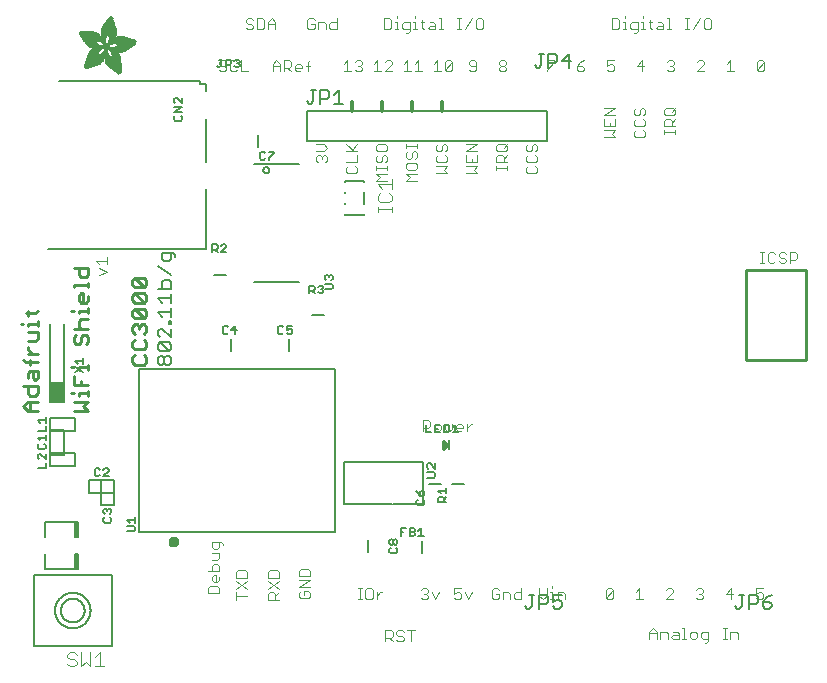
<source format=gbr>
G04 EAGLE Gerber RS-274X export*
G75*
%MOMM*%
%FSLAX34Y34*%
%LPD*%
%INSilkscreen Top*%
%IPPOS*%
%AMOC8*
5,1,8,0,0,1.08239X$1,22.5*%
G01*
%ADD10C,0.101600*%
%ADD11C,0.254000*%
%ADD12C,0.304800*%
%ADD13C,0.228600*%
%ADD14C,0.152400*%
%ADD15C,0.127000*%
%ADD16C,0.406400*%
%ADD17C,0.203200*%
%ADD18R,0.068600X0.007600*%
%ADD19R,0.114300X0.007600*%
%ADD20R,0.152400X0.007700*%
%ADD21R,0.182900X0.007600*%
%ADD22R,0.205700X0.007600*%
%ADD23R,0.228600X0.007600*%
%ADD24R,0.259100X0.007600*%
%ADD25R,0.274300X0.007700*%
%ADD26R,0.289500X0.007600*%
%ADD27R,0.304800X0.007600*%
%ADD28R,0.320100X0.007600*%
%ADD29R,0.342900X0.007600*%
%ADD30R,0.350500X0.007700*%
%ADD31R,0.365800X0.007600*%
%ADD32R,0.381000X0.007600*%
%ADD33R,0.388600X0.007600*%
%ADD34R,0.403800X0.007600*%
%ADD35R,0.419100X0.007700*%
%ADD36R,0.426700X0.007600*%
%ADD37R,0.441900X0.007600*%
%ADD38R,0.449600X0.007600*%
%ADD39R,0.464800X0.007600*%
%ADD40R,0.480000X0.007700*%
%ADD41R,0.487600X0.007600*%
%ADD42R,0.495300X0.007600*%
%ADD43R,0.510500X0.007600*%
%ADD44R,0.518100X0.007600*%
%ADD45R,0.525700X0.007700*%
%ADD46R,0.541000X0.007600*%
%ADD47R,0.548600X0.007600*%
%ADD48R,0.563800X0.007600*%
%ADD49R,0.571500X0.007600*%
%ADD50R,0.579100X0.007700*%
%ADD51R,0.594300X0.007600*%
%ADD52R,0.601900X0.007600*%
%ADD53R,0.609600X0.007600*%
%ADD54R,0.624800X0.007600*%
%ADD55R,0.632400X0.007700*%
%ADD56R,0.640000X0.007600*%
%ADD57R,0.655300X0.007600*%
%ADD58R,0.662900X0.007600*%
%ADD59R,0.678100X0.007600*%
%ADD60R,0.685800X0.007700*%
%ADD61R,0.693400X0.007600*%
%ADD62R,0.708600X0.007600*%
%ADD63R,0.716200X0.007600*%
%ADD64R,0.723900X0.007600*%
%ADD65R,0.739100X0.007700*%
%ADD66R,0.746700X0.007600*%
%ADD67R,0.754300X0.007600*%
%ADD68R,0.769600X0.007600*%
%ADD69R,0.777200X0.007600*%
%ADD70R,0.792400X0.007700*%
%ADD71R,0.800100X0.007600*%
%ADD72R,0.807700X0.007600*%
%ADD73R,0.822900X0.007600*%
%ADD74R,0.830500X0.007600*%
%ADD75R,0.838200X0.007700*%
%ADD76R,0.091500X0.007600*%
%ADD77R,0.853400X0.007600*%
%ADD78R,0.144700X0.007600*%
%ADD79R,0.861000X0.007600*%
%ADD80R,0.190500X0.007600*%
%ADD81R,0.876300X0.007600*%
%ADD82R,0.221000X0.007600*%
%ADD83R,0.883900X0.007600*%
%ADD84R,0.259000X0.007700*%
%ADD85R,0.891500X0.007700*%
%ADD86R,0.289600X0.007600*%
%ADD87R,0.906700X0.007600*%
%ADD88R,0.914400X0.007600*%
%ADD89R,0.350500X0.007600*%
%ADD90R,0.922000X0.007600*%
%ADD91R,0.937200X0.007600*%
%ADD92R,0.411400X0.007700*%
%ADD93R,0.944800X0.007700*%
%ADD94R,0.434300X0.007600*%
%ADD95R,0.952500X0.007600*%
%ADD96R,0.464900X0.007600*%
%ADD97R,0.967700X0.007600*%
%ADD98R,0.975300X0.007600*%
%ADD99R,0.518200X0.007600*%
%ADD100R,0.990600X0.007600*%
%ADD101R,0.548600X0.007700*%
%ADD102R,0.998200X0.007700*%
%ADD103R,1.005800X0.007600*%
%ADD104R,0.594400X0.007600*%
%ADD105R,1.021000X0.007600*%
%ADD106R,0.617200X0.007600*%
%ADD107R,1.028700X0.007600*%
%ADD108R,0.647700X0.007600*%
%ADD109R,1.036300X0.007600*%
%ADD110R,0.670500X0.007700*%
%ADD111R,1.051500X0.007700*%
%ADD112R,1.059100X0.007600*%
%ADD113R,0.716300X0.007600*%
%ADD114R,1.066800X0.007600*%
%ADD115R,0.739100X0.007600*%
%ADD116R,1.074400X0.007600*%
%ADD117R,0.762000X0.007600*%
%ADD118R,1.089600X0.007600*%
%ADD119R,0.784800X0.007700*%
%ADD120R,1.097200X0.007700*%
%ADD121R,1.104900X0.007600*%
%ADD122R,0.830600X0.007600*%
%ADD123R,1.112500X0.007600*%
%ADD124R,0.845800X0.007600*%
%ADD125R,1.120100X0.007600*%
%ADD126R,0.868700X0.007600*%
%ADD127R,1.127700X0.007600*%
%ADD128R,1.135300X0.007700*%
%ADD129R,1.143000X0.007600*%
%ADD130R,0.944900X0.007600*%
%ADD131R,1.150600X0.007600*%
%ADD132R,0.960100X0.007600*%
%ADD133R,1.158200X0.007600*%
%ADD134R,0.983000X0.007600*%
%ADD135R,1.165800X0.007600*%
%ADD136R,1.005900X0.007700*%
%ADD137R,1.173400X0.007700*%
%ADD138R,1.021100X0.007600*%
%ADD139R,1.181100X0.007600*%
%ADD140R,1.044000X0.007600*%
%ADD141R,1.188700X0.007600*%
%ADD142R,1.196300X0.007600*%
%ADD143R,1.082000X0.007600*%
%ADD144R,1.203900X0.007600*%
%ADD145R,1.104900X0.007700*%
%ADD146R,1.211500X0.007700*%
%ADD147R,1.211500X0.007600*%
%ADD148R,1.219200X0.007600*%
%ADD149R,1.226800X0.007600*%
%ADD150R,1.234400X0.007600*%
%ADD151R,1.188700X0.007700*%
%ADD152R,1.242000X0.007700*%
%ADD153R,1.242000X0.007600*%
%ADD154R,1.211600X0.007600*%
%ADD155R,1.249600X0.007600*%
%ADD156R,1.257300X0.007600*%
%ADD157R,1.264900X0.007600*%
%ADD158R,1.242100X0.007700*%
%ADD159R,1.264900X0.007700*%
%ADD160R,1.272500X0.007600*%
%ADD161R,1.265000X0.007600*%
%ADD162R,1.280100X0.007600*%
%ADD163R,1.272600X0.007600*%
%ADD164R,1.287700X0.007600*%
%ADD165R,1.287800X0.007600*%
%ADD166R,1.295400X0.007700*%
%ADD167R,1.303000X0.007600*%
%ADD168R,1.318200X0.007600*%
%ADD169R,1.310600X0.007600*%
%ADD170R,1.325900X0.007600*%
%ADD171R,1.341100X0.007700*%
%ADD172R,1.318200X0.007700*%
%ADD173R,1.341100X0.007600*%
%ADD174R,1.325800X0.007600*%
%ADD175R,1.348700X0.007600*%
%ADD176R,1.364000X0.007600*%
%ADD177R,1.333500X0.007600*%
%ADD178R,1.371600X0.007700*%
%ADD179R,1.379200X0.007600*%
%ADD180R,1.379300X0.007600*%
%ADD181R,1.386900X0.007600*%
%ADD182R,1.394500X0.007600*%
%ADD183R,1.356300X0.007600*%
%ADD184R,1.394400X0.007700*%
%ADD185R,1.356300X0.007700*%
%ADD186R,1.402000X0.007600*%
%ADD187R,1.409700X0.007600*%
%ADD188R,1.363900X0.007600*%
%ADD189R,1.417300X0.007600*%
%ADD190R,1.371600X0.007600*%
%ADD191R,1.424900X0.007700*%
%ADD192R,1.424900X0.007600*%
%ADD193R,1.432600X0.007600*%
%ADD194R,1.440200X0.007600*%
%ADD195R,1.386800X0.007600*%
%ADD196R,1.447800X0.007700*%
%ADD197R,1.386800X0.007700*%
%ADD198R,1.447800X0.007600*%
%ADD199R,1.455500X0.007600*%
%ADD200R,1.394400X0.007600*%
%ADD201R,1.463100X0.007600*%
%ADD202R,1.455400X0.007700*%
%ADD203R,1.463000X0.007600*%
%ADD204R,1.470600X0.007600*%
%ADD205R,1.470600X0.007700*%
%ADD206R,1.409700X0.007700*%
%ADD207R,1.470700X0.007600*%
%ADD208R,1.402100X0.007600*%
%ADD209R,1.478300X0.007600*%
%ADD210R,1.478300X0.007700*%
%ADD211R,1.402100X0.007700*%
%ADD212R,1.485900X0.007600*%
%ADD213R,1.485900X0.007700*%
%ADD214R,1.493500X0.007700*%
%ADD215R,1.493500X0.007600*%
%ADD216R,1.394500X0.007700*%
%ADD217R,1.493600X0.007700*%
%ADD218R,1.386900X0.007700*%
%ADD219R,1.379200X0.007700*%
%ADD220R,2.857500X0.007700*%
%ADD221R,2.857500X0.007600*%
%ADD222R,2.849900X0.007600*%
%ADD223R,2.842300X0.007600*%
%ADD224R,2.834700X0.007700*%
%ADD225R,2.827000X0.007600*%
%ADD226R,2.819400X0.007600*%
%ADD227R,2.811800X0.007600*%
%ADD228R,2.811800X0.007700*%
%ADD229R,2.804100X0.007600*%
%ADD230R,2.796500X0.007600*%
%ADD231R,1.966000X0.007600*%
%ADD232R,1.943100X0.007600*%
%ADD233R,0.754400X0.007600*%
%ADD234R,1.927900X0.007700*%
%ADD235R,0.746700X0.007700*%
%ADD236R,1.912600X0.007600*%
%ADD237R,0.731500X0.007600*%
%ADD238R,1.905000X0.007600*%
%ADD239R,1.882200X0.007600*%
%ADD240R,1.874600X0.007600*%
%ADD241R,1.866900X0.007700*%
%ADD242R,0.708700X0.007700*%
%ADD243R,1.851600X0.007600*%
%ADD244R,0.701100X0.007600*%
%ADD245R,1.844000X0.007600*%
%ADD246R,1.836400X0.007600*%
%ADD247R,1.821200X0.007600*%
%ADD248R,0.685800X0.007600*%
%ADD249R,1.813500X0.007700*%
%ADD250R,1.805900X0.007600*%
%ADD251R,0.678200X0.007600*%
%ADD252R,1.790700X0.007600*%
%ADD253R,0.670600X0.007600*%
%ADD254R,1.775500X0.007600*%
%ADD255R,1.767900X0.007700*%
%ADD256R,0.663000X0.007700*%
%ADD257R,1.760200X0.007600*%
%ADD258R,1.752600X0.007600*%
%ADD259R,0.937300X0.007600*%
%ADD260R,0.792500X0.007600*%
%ADD261R,0.899100X0.007600*%
%ADD262R,0.883900X0.007700*%
%ADD263R,0.716300X0.007700*%
%ADD264R,0.647700X0.007700*%
%ADD265R,0.640100X0.007600*%
%ADD266R,0.632500X0.007600*%
%ADD267R,0.655400X0.007600*%
%ADD268R,0.632400X0.007600*%
%ADD269R,0.845800X0.007700*%
%ADD270R,0.617200X0.007700*%
%ADD271R,0.624800X0.007700*%
%ADD272R,0.602000X0.007600*%
%ADD273R,0.838200X0.007600*%
%ADD274R,0.586700X0.007600*%
%ADD275R,0.548700X0.007600*%
%ADD276R,0.830500X0.007700*%
%ADD277R,0.541000X0.007700*%
%ADD278R,0.594300X0.007700*%
%ADD279R,0.525800X0.007600*%
%ADD280R,0.586800X0.007600*%
%ADD281R,0.815300X0.007600*%
%ADD282R,0.579200X0.007600*%
%ADD283R,0.815400X0.007600*%
%ADD284R,0.815400X0.007700*%
%ADD285R,0.571500X0.007700*%
%ADD286R,0.807800X0.007600*%
%ADD287R,0.563900X0.007600*%
%ADD288R,0.457200X0.007600*%
%ADD289R,0.442000X0.007600*%
%ADD290R,0.556300X0.007600*%
%ADD291R,0.807700X0.007700*%
%ADD292R,0.411500X0.007600*%
%ADD293R,0.533400X0.007600*%
%ADD294R,0.076200X0.007600*%
%ADD295R,0.403900X0.007600*%
%ADD296R,0.525700X0.007600*%
%ADD297R,0.388700X0.007600*%
%ADD298R,0.297200X0.007600*%
%ADD299R,0.373400X0.007700*%
%ADD300R,0.503000X0.007700*%
%ADD301R,0.426800X0.007700*%
%ADD302R,0.358100X0.007600*%
%ADD303R,0.502900X0.007600*%
%ADD304R,0.472400X0.007600*%
%ADD305R,0.487700X0.007600*%
%ADD306R,0.335300X0.007600*%
%ADD307R,0.792500X0.007700*%
%ADD308R,0.327600X0.007700*%
%ADD309R,0.472400X0.007700*%
%ADD310R,0.640000X0.007700*%
%ADD311R,0.784800X0.007600*%
%ADD312R,0.320000X0.007600*%
%ADD313R,0.792400X0.007600*%
%ADD314R,1.173400X0.007600*%
%ADD315R,1.196400X0.007600*%
%ADD316R,0.784900X0.007600*%
%ADD317R,0.784900X0.007700*%
%ADD318R,0.297200X0.007700*%
%ADD319R,1.249700X0.007600*%
%ADD320R,0.281900X0.007600*%
%ADD321R,1.295400X0.007600*%
%ADD322R,0.266700X0.007600*%
%ADD323R,0.777300X0.007700*%
%ADD324R,0.266700X0.007700*%
%ADD325R,1.333500X0.007700*%
%ADD326R,0.777300X0.007600*%
%ADD327R,1.348800X0.007600*%
%ADD328R,0.251500X0.007600*%
%ADD329R,0.243900X0.007700*%
%ADD330R,0.243900X0.007600*%
%ADD331R,1.440100X0.007600*%
%ADD332R,0.236200X0.007600*%
%ADD333R,0.762000X0.007700*%
%ADD334R,0.236200X0.007700*%
%ADD335R,1.508700X0.007700*%
%ADD336R,1.531600X0.007600*%
%ADD337R,1.546900X0.007600*%
%ADD338R,1.569700X0.007600*%
%ADD339R,1.585000X0.007600*%
%ADD340R,0.746800X0.007700*%
%ADD341R,1.607800X0.007700*%
%ADD342R,0.243800X0.007600*%
%ADD343R,1.630700X0.007600*%
%ADD344R,1.653500X0.007600*%
%ADD345R,0.739200X0.007600*%
%ADD346R,1.684000X0.007600*%
%ADD347R,2.019300X0.007600*%
%ADD348R,0.731500X0.007700*%
%ADD349R,2.026900X0.007700*%
%ADD350R,2.049800X0.007600*%
%ADD351R,2.057400X0.007600*%
%ADD352R,0.708700X0.007600*%
%ADD353R,2.072600X0.007600*%
%ADD354R,0.701000X0.007600*%
%ADD355R,2.095500X0.007600*%
%ADD356R,0.693500X0.007700*%
%ADD357R,2.110800X0.007700*%
%ADD358R,2.141200X0.007600*%
%ADD359R,0.060900X0.007600*%
%ADD360R,2.872700X0.007600*%
%ADD361R,3.124200X0.007600*%
%ADD362R,3.177600X0.007600*%
%ADD363R,3.215600X0.007700*%
%ADD364R,3.253700X0.007600*%
%ADD365R,3.284300X0.007600*%
%ADD366R,3.314700X0.007600*%
%ADD367R,3.352800X0.007600*%
%ADD368R,3.375600X0.007700*%
%ADD369R,3.406200X0.007600*%
%ADD370R,3.429000X0.007600*%
%ADD371R,3.451800X0.007600*%
%ADD372R,3.482400X0.007600*%
%ADD373R,1.828800X0.007700*%
%ADD374R,1.539300X0.007700*%
%ADD375R,1.767900X0.007600*%
%ADD376R,1.767800X0.007600*%
%ADD377R,1.760200X0.007700*%
%ADD378R,1.760300X0.007600*%
%ADD379R,1.775400X0.007700*%
%ADD380R,1.379300X0.007700*%
%ADD381R,1.783000X0.007600*%
%ADD382R,1.813500X0.007600*%
%ADD383R,1.821100X0.007700*%
%ADD384R,0.503000X0.007600*%
%ADD385R,1.135400X0.007600*%
%ADD386R,1.127700X0.007700*%
%ADD387R,0.487700X0.007700*%
%ADD388R,1.120200X0.007600*%
%ADD389R,1.097300X0.007600*%
%ADD390R,0.510600X0.007600*%
%ADD391R,1.074400X0.007700*%
%ADD392R,0.525800X0.007700*%
%ADD393R,1.440200X0.007700*%
%ADD394R,1.059200X0.007600*%
%ADD395R,1.051600X0.007600*%
%ADD396R,1.051500X0.007600*%
%ADD397R,1.043900X0.007700*%
%ADD398R,0.602000X0.007700*%
%ADD399R,1.524000X0.007600*%
%ADD400R,1.539300X0.007600*%
%ADD401R,1.592600X0.007600*%
%ADD402R,1.021100X0.007700*%
%ADD403R,1.615400X0.007700*%
%ADD404R,1.013400X0.007600*%
%ADD405R,1.653600X0.007600*%
%ADD406R,1.013500X0.007600*%
%ADD407R,1.699300X0.007600*%
%ADD408R,2.743200X0.007600*%
%ADD409R,1.005900X0.007600*%
%ADD410R,2.415500X0.007600*%
%ADD411R,1.005800X0.007700*%
%ADD412R,0.281900X0.007700*%
%ADD413R,2.408000X0.007700*%
%ADD414R,2.407900X0.007600*%
%ADD415R,0.998200X0.007600*%
%ADD416R,0.282000X0.007600*%
%ADD417R,0.998300X0.007600*%
%ADD418R,2.400300X0.007600*%
%ADD419R,0.289500X0.007700*%
%ADD420R,2.400300X0.007700*%
%ADD421R,0.297100X0.007600*%
%ADD422R,0.312400X0.007600*%
%ADD423R,2.392700X0.007600*%
%ADD424R,0.990600X0.007700*%
%ADD425R,0.327700X0.007700*%
%ADD426R,2.392700X0.007700*%
%ADD427R,2.385100X0.007600*%
%ADD428R,0.381000X0.007700*%
%ADD429R,2.377400X0.007700*%
%ADD430R,2.377400X0.007600*%
%ADD431R,2.369800X0.007600*%
%ADD432R,0.419100X0.007600*%
%ADD433R,2.362200X0.007600*%
%ADD434R,0.426800X0.007600*%
%ADD435R,1.036300X0.007700*%
%ADD436R,0.442000X0.007700*%
%ADD437R,2.354600X0.007700*%
%ADD438R,2.354600X0.007600*%
%ADD439R,0.480100X0.007600*%
%ADD440R,2.347000X0.007600*%
%ADD441R,1.074500X0.007600*%
%ADD442R,2.339400X0.007600*%
%ADD443R,1.082100X0.007700*%
%ADD444R,0.548700X0.007700*%
%ADD445R,2.331800X0.007700*%
%ADD446R,2.331800X0.007600*%
%ADD447R,0.624900X0.007600*%
%ADD448R,2.324100X0.007600*%
%ADD449R,1.859300X0.007600*%
%ADD450R,2.308800X0.007600*%
%ADD451R,2.301200X0.007700*%
%ADD452R,2.301200X0.007600*%
%ADD453R,2.293600X0.007600*%
%ADD454R,2.278400X0.007600*%
%ADD455R,1.889800X0.007600*%
%ADD456R,2.270700X0.007600*%
%ADD457R,1.897400X0.007700*%
%ADD458R,2.255500X0.007700*%
%ADD459R,1.897400X0.007600*%
%ADD460R,2.247900X0.007600*%
%ADD461R,2.232600X0.007600*%
%ADD462R,1.912700X0.007600*%
%ADD463R,2.209800X0.007600*%
%ADD464R,1.920300X0.007600*%
%ADD465R,2.186900X0.007600*%
%ADD466R,1.920300X0.007700*%
%ADD467R,2.171700X0.007700*%
%ADD468R,1.935500X0.007600*%
%ADD469R,2.148800X0.007600*%
%ADD470R,2.126000X0.007600*%
%ADD471R,1.950700X0.007600*%
%ADD472R,1.958400X0.007700*%
%ADD473R,2.042200X0.007700*%
%ADD474R,1.973600X0.007600*%
%ADD475R,1.996500X0.007600*%
%ADD476R,1.981200X0.007600*%
%ADD477R,1.988800X0.007600*%
%ADD478R,1.996400X0.007700*%
%ADD479R,1.996400X0.007600*%
%ADD480R,2.004100X0.007600*%
%ADD481R,1.874500X0.007600*%
%ADD482R,1.425000X0.007600*%
%ADD483R,2.026900X0.007600*%
%ADD484R,0.434400X0.007700*%
%ADD485R,1.364000X0.007700*%
%ADD486R,2.034500X0.007600*%
%ADD487R,0.434400X0.007600*%
%ADD488R,2.049700X0.007600*%
%ADD489R,2.065000X0.007700*%
%ADD490R,0.464800X0.007700*%
%ADD491R,1.196300X0.007700*%
%ADD492R,2.080300X0.007600*%
%ADD493R,1.158300X0.007600*%
%ADD494R,2.087900X0.007600*%
%ADD495R,0.472500X0.007600*%
%ADD496R,2.103100X0.007600*%
%ADD497R,2.118400X0.007600*%
%ADD498R,2.133600X0.007600*%
%ADD499R,2.148800X0.007700*%
%ADD500R,2.164000X0.007600*%
%ADD501R,2.171700X0.007600*%
%ADD502R,2.187000X0.007600*%
%ADD503R,0.556200X0.007600*%
%ADD504R,2.202200X0.007700*%
%ADD505R,0.556200X0.007700*%
%ADD506R,0.640100X0.007700*%
%ADD507R,0.579100X0.007600*%
%ADD508R,0.480000X0.007600*%
%ADD509R,1.752600X0.007700*%
%ADD510R,0.487600X0.007700*%
%ADD511R,0.594400X0.007700*%
%ADD512R,0.358100X0.007700*%
%ADD513R,0.099000X0.007600*%
%ADD514R,1.280200X0.007600*%
%ADD515R,1.745000X0.007600*%
%ADD516R,1.744900X0.007600*%
%ADD517R,1.737300X0.007700*%
%ADD518R,1.737400X0.007600*%
%ADD519R,1.729800X0.007600*%
%ADD520R,1.722200X0.007600*%
%ADD521R,1.722100X0.007600*%
%ADD522R,1.714500X0.007700*%
%ADD523R,1.356400X0.007700*%
%ADD524R,1.706900X0.007600*%
%ADD525R,1.356400X0.007600*%
%ADD526R,1.691700X0.007600*%
%ADD527R,1.668800X0.007700*%
%ADD528R,1.645900X0.007600*%
%ADD529R,1.623100X0.007600*%
%ADD530R,1.577400X0.007600*%
%ADD531R,1.554400X0.007600*%
%ADD532R,1.539200X0.007600*%
%ADD533R,1.524000X0.007700*%
%ADD534R,1.501100X0.007600*%
%ADD535R,1.455400X0.007600*%
%ADD536R,1.348800X0.007700*%
%ADD537R,1.318300X0.007600*%
%ADD538R,1.310600X0.007700*%
%ADD539R,1.287800X0.007700*%
%ADD540R,1.234500X0.007600*%
%ADD541R,1.226900X0.007600*%
%ADD542R,1.173500X0.007700*%
%ADD543R,1.173500X0.007600*%
%ADD544R,1.165900X0.007600*%
%ADD545R,1.143000X0.007700*%
%ADD546R,1.127800X0.007600*%
%ADD547R,1.097200X0.007600*%
%ADD548R,1.028700X0.007700*%
%ADD549R,0.982900X0.007600*%
%ADD550R,0.952500X0.007700*%
%ADD551R,0.929600X0.007600*%
%ADD552R,0.906800X0.007700*%
%ADD553R,0.906800X0.007600*%
%ADD554R,0.899200X0.007600*%
%ADD555R,0.884000X0.007600*%
%ADD556R,0.876300X0.007700*%
%ADD557R,0.830600X0.007700*%
%ADD558R,0.754400X0.007700*%
%ADD559R,0.746800X0.007600*%
%ADD560R,0.708600X0.007700*%
%ADD561R,0.678200X0.007700*%
%ADD562R,0.663000X0.007600*%
%ADD563R,0.632500X0.007700*%
%ADD564R,0.556300X0.007700*%
%ADD565R,0.518200X0.007700*%
%ADD566R,0.434300X0.007700*%
%ADD567R,0.396300X0.007700*%
%ADD568R,0.373300X0.007600*%
%ADD569R,0.365700X0.007600*%
%ADD570R,0.327700X0.007600*%
%ADD571R,0.304800X0.007700*%
%ADD572R,0.274300X0.007600*%
%ADD573R,0.243800X0.007700*%
%ADD574R,0.205800X0.007600*%
%ADD575R,0.152400X0.007600*%
%ADD576R,0.121900X0.007700*%
%ADD577C,0.076200*%
%ADD578R,0.190500X0.889000*%

G36*
X45985Y204657D02*
X45985Y204657D01*
X46051Y204659D01*
X46094Y204677D01*
X46141Y204685D01*
X46198Y204719D01*
X46258Y204744D01*
X46293Y204775D01*
X46334Y204800D01*
X46376Y204851D01*
X46424Y204895D01*
X46446Y204937D01*
X46475Y204974D01*
X46496Y205036D01*
X46527Y205095D01*
X46535Y205149D01*
X46547Y205186D01*
X46546Y205226D01*
X46554Y205280D01*
X46554Y222280D01*
X46543Y222345D01*
X46541Y222411D01*
X46523Y222454D01*
X46515Y222501D01*
X46481Y222558D01*
X46456Y222618D01*
X46425Y222653D01*
X46400Y222694D01*
X46349Y222736D01*
X46305Y222784D01*
X46263Y222806D01*
X46226Y222835D01*
X46164Y222856D01*
X46105Y222887D01*
X46051Y222895D01*
X46014Y222907D01*
X45974Y222906D01*
X45920Y222914D01*
X33920Y222914D01*
X33855Y222903D01*
X33789Y222901D01*
X33746Y222883D01*
X33699Y222875D01*
X33642Y222841D01*
X33582Y222816D01*
X33547Y222785D01*
X33506Y222760D01*
X33465Y222709D01*
X33416Y222665D01*
X33394Y222623D01*
X33365Y222586D01*
X33344Y222524D01*
X33313Y222465D01*
X33305Y222411D01*
X33293Y222374D01*
X33294Y222334D01*
X33286Y222280D01*
X33286Y205280D01*
X33297Y205215D01*
X33299Y205149D01*
X33317Y205106D01*
X33325Y205059D01*
X33359Y205002D01*
X33384Y204942D01*
X33415Y204907D01*
X33440Y204866D01*
X33491Y204825D01*
X33535Y204776D01*
X33577Y204754D01*
X33614Y204725D01*
X33676Y204704D01*
X33735Y204673D01*
X33789Y204665D01*
X33826Y204653D01*
X33866Y204654D01*
X33920Y204646D01*
X45920Y204646D01*
X45985Y204657D01*
G37*
G36*
X367087Y164344D02*
X367087Y164344D01*
X367105Y164342D01*
X367207Y164370D01*
X367310Y164392D01*
X367325Y164401D01*
X367342Y164406D01*
X367487Y164491D01*
X372567Y168301D01*
X372570Y168304D01*
X372574Y168306D01*
X372655Y168393D01*
X372737Y168478D01*
X372739Y168482D01*
X372742Y168485D01*
X372792Y168594D01*
X372842Y168701D01*
X372842Y168705D01*
X372844Y168709D01*
X372857Y168827D01*
X372870Y168945D01*
X372870Y168949D01*
X372870Y168954D01*
X372844Y169070D01*
X372820Y169186D01*
X372817Y169190D01*
X372816Y169194D01*
X372755Y169296D01*
X372695Y169398D01*
X372691Y169401D01*
X372689Y169404D01*
X372567Y169519D01*
X367487Y173329D01*
X367471Y173337D01*
X367458Y173350D01*
X367443Y173357D01*
X367435Y173363D01*
X367385Y173383D01*
X367362Y173394D01*
X367269Y173443D01*
X367251Y173446D01*
X367235Y173453D01*
X367130Y173465D01*
X367026Y173481D01*
X367008Y173478D01*
X366991Y173480D01*
X366888Y173458D01*
X366783Y173440D01*
X366768Y173432D01*
X366750Y173428D01*
X366660Y173374D01*
X366567Y173324D01*
X366554Y173311D01*
X366539Y173302D01*
X366470Y173222D01*
X366398Y173145D01*
X366391Y173128D01*
X366379Y173115D01*
X366340Y173017D01*
X366296Y172921D01*
X366294Y172903D01*
X366287Y172887D01*
X366269Y172720D01*
X366269Y165100D01*
X366272Y165082D01*
X366270Y165065D01*
X366291Y164961D01*
X366309Y164857D01*
X366317Y164842D01*
X366321Y164824D01*
X366374Y164733D01*
X366424Y164640D01*
X366436Y164628D01*
X366446Y164612D01*
X366525Y164543D01*
X366602Y164471D01*
X366618Y164463D01*
X366632Y164451D01*
X366729Y164411D01*
X366825Y164367D01*
X366843Y164365D01*
X366859Y164358D01*
X366965Y164351D01*
X367069Y164340D01*
X367087Y164344D01*
G37*
D10*
X200812Y41333D02*
X191660Y41333D01*
X191660Y38282D02*
X191660Y44384D01*
X191660Y47638D02*
X200812Y53739D01*
X200812Y47638D02*
X191660Y53739D01*
X191660Y56993D02*
X200812Y56993D01*
X200812Y61569D01*
X199287Y63094D01*
X193186Y63094D01*
X191660Y61569D01*
X191660Y56993D01*
X218460Y38282D02*
X227612Y38282D01*
X218460Y38282D02*
X218460Y42858D01*
X219986Y44384D01*
X223036Y44384D01*
X224561Y42858D01*
X224561Y38282D01*
X224561Y41333D02*
X227612Y44384D01*
X227612Y53739D02*
X218460Y47638D01*
X218460Y53739D02*
X227612Y47638D01*
X227612Y56993D02*
X218460Y56993D01*
X227612Y56993D02*
X227612Y61569D01*
X226087Y63094D01*
X219986Y63094D01*
X218460Y61569D01*
X218460Y56993D01*
X244800Y43858D02*
X246326Y45384D01*
X244800Y43858D02*
X244800Y40808D01*
X246326Y39282D01*
X252427Y39282D01*
X253952Y40808D01*
X253952Y43858D01*
X252427Y45384D01*
X249376Y45384D01*
X249376Y42333D01*
X253952Y48638D02*
X244800Y48638D01*
X253952Y54739D01*
X244800Y54739D01*
X244800Y57993D02*
X253952Y57993D01*
X253952Y62569D01*
X252427Y64094D01*
X246326Y64094D01*
X244800Y62569D01*
X244800Y57993D01*
X284980Y403738D02*
X286506Y405264D01*
X284980Y403738D02*
X284980Y400688D01*
X286506Y399162D01*
X292607Y399162D01*
X294132Y400688D01*
X294132Y403738D01*
X292607Y405264D01*
X294132Y408518D02*
X284980Y408518D01*
X294132Y408518D02*
X294132Y414619D01*
X294132Y417873D02*
X284980Y417873D01*
X291081Y417873D02*
X284980Y423974D01*
X289556Y419398D02*
X294132Y423974D01*
X310380Y392926D02*
X319532Y392926D01*
X313431Y395976D02*
X310380Y392926D01*
X313431Y395976D02*
X310380Y399027D01*
X319532Y399027D01*
X319532Y402281D02*
X319532Y405331D01*
X319532Y403806D02*
X310380Y403806D01*
X310380Y402281D02*
X310380Y405331D01*
X310380Y413094D02*
X311906Y414619D01*
X310380Y413094D02*
X310380Y410043D01*
X311906Y408518D01*
X313431Y408518D01*
X314956Y410043D01*
X314956Y413094D01*
X316481Y414619D01*
X318007Y414619D01*
X319532Y413094D01*
X319532Y410043D01*
X318007Y408518D01*
X310380Y419398D02*
X310380Y422449D01*
X310380Y419398D02*
X311906Y417873D01*
X318007Y417873D01*
X319532Y419398D01*
X319532Y422449D01*
X318007Y423974D01*
X311906Y423974D01*
X310380Y422449D01*
X335780Y392926D02*
X344932Y392926D01*
X338831Y395976D02*
X335780Y392926D01*
X338831Y395976D02*
X335780Y399027D01*
X344932Y399027D01*
X335780Y403806D02*
X335780Y406857D01*
X335780Y403806D02*
X337306Y402281D01*
X343407Y402281D01*
X344932Y403806D01*
X344932Y406857D01*
X343407Y408382D01*
X337306Y408382D01*
X335780Y406857D01*
X335780Y416212D02*
X337306Y417737D01*
X335780Y416212D02*
X335780Y413161D01*
X337306Y411636D01*
X338831Y411636D01*
X340356Y413161D01*
X340356Y416212D01*
X341881Y417737D01*
X343407Y417737D01*
X344932Y416212D01*
X344932Y413161D01*
X343407Y411636D01*
X344932Y420991D02*
X344932Y424042D01*
X344932Y422516D02*
X335780Y422516D01*
X335780Y420991D02*
X335780Y424042D01*
X361180Y399162D02*
X370332Y399162D01*
X367281Y402213D01*
X370332Y405264D01*
X361180Y405264D01*
X361180Y413094D02*
X362706Y414619D01*
X361180Y413094D02*
X361180Y410043D01*
X362706Y408518D01*
X368807Y408518D01*
X370332Y410043D01*
X370332Y413094D01*
X368807Y414619D01*
X361180Y422449D02*
X362706Y423974D01*
X361180Y422449D02*
X361180Y419398D01*
X362706Y417873D01*
X364231Y417873D01*
X365756Y419398D01*
X365756Y422449D01*
X367281Y423974D01*
X368807Y423974D01*
X370332Y422449D01*
X370332Y419398D01*
X368807Y417873D01*
X386580Y399162D02*
X395732Y399162D01*
X392681Y402213D01*
X395732Y405264D01*
X386580Y405264D01*
X386580Y408518D02*
X386580Y414619D01*
X386580Y408518D02*
X395732Y408518D01*
X395732Y414619D01*
X391156Y411568D02*
X391156Y408518D01*
X395732Y417873D02*
X386580Y417873D01*
X395732Y423974D01*
X386580Y423974D01*
X421132Y405331D02*
X421132Y402281D01*
X421132Y403806D02*
X411980Y403806D01*
X411980Y402281D02*
X411980Y405331D01*
X411980Y408518D02*
X421132Y408518D01*
X411980Y408518D02*
X411980Y413094D01*
X413506Y414619D01*
X416556Y414619D01*
X418081Y413094D01*
X418081Y408518D01*
X418081Y411568D02*
X421132Y414619D01*
X419607Y417873D02*
X413506Y417873D01*
X411980Y419398D01*
X411980Y422449D01*
X413506Y423974D01*
X419607Y423974D01*
X421132Y422449D01*
X421132Y419398D01*
X419607Y417873D01*
X418081Y420923D02*
X421132Y423974D01*
X438906Y405264D02*
X437380Y403738D01*
X437380Y400688D01*
X438906Y399162D01*
X445007Y399162D01*
X446532Y400688D01*
X446532Y403738D01*
X445007Y405264D01*
X437380Y413094D02*
X438906Y414619D01*
X437380Y413094D02*
X437380Y410043D01*
X438906Y408518D01*
X445007Y408518D01*
X446532Y410043D01*
X446532Y413094D01*
X445007Y414619D01*
X437380Y422449D02*
X438906Y423974D01*
X437380Y422449D02*
X437380Y419398D01*
X438906Y417873D01*
X440431Y417873D01*
X441956Y419398D01*
X441956Y422449D01*
X443481Y423974D01*
X445007Y423974D01*
X446532Y422449D01*
X446532Y419398D01*
X445007Y417873D01*
X261106Y408518D02*
X259580Y410043D01*
X259580Y413094D01*
X261106Y414619D01*
X262631Y414619D01*
X264156Y413094D01*
X264156Y411568D01*
X264156Y413094D02*
X265681Y414619D01*
X267207Y414619D01*
X268732Y413094D01*
X268732Y410043D01*
X267207Y408518D01*
X265681Y417873D02*
X259580Y417873D01*
X265681Y417873D02*
X268732Y420923D01*
X265681Y423974D01*
X259580Y423974D01*
D11*
X623570Y317500D02*
X623570Y241300D01*
X674370Y241300D01*
X674370Y317500D01*
X623570Y317500D01*
D12*
X289560Y452120D02*
X289560Y459740D01*
X314960Y459740D02*
X314960Y452120D01*
X340360Y452120D02*
X340360Y459740D01*
X365760Y459740D02*
X365760Y452120D01*
D10*
X528820Y434218D02*
X530346Y435744D01*
X528820Y434218D02*
X528820Y431168D01*
X530346Y429642D01*
X536447Y429642D01*
X537972Y431168D01*
X537972Y434218D01*
X536447Y435744D01*
X528820Y443574D02*
X530346Y445099D01*
X528820Y443574D02*
X528820Y440523D01*
X530346Y438998D01*
X536447Y438998D01*
X537972Y440523D01*
X537972Y443574D01*
X536447Y445099D01*
X528820Y452929D02*
X530346Y454454D01*
X528820Y452929D02*
X528820Y449878D01*
X530346Y448353D01*
X531871Y448353D01*
X533396Y449878D01*
X533396Y452929D01*
X534921Y454454D01*
X536447Y454454D01*
X537972Y452929D01*
X537972Y449878D01*
X536447Y448353D01*
X563372Y435811D02*
X563372Y432761D01*
X563372Y434286D02*
X554220Y434286D01*
X554220Y432761D02*
X554220Y435811D01*
X554220Y438998D02*
X563372Y438998D01*
X554220Y438998D02*
X554220Y443574D01*
X555746Y445099D01*
X558796Y445099D01*
X560321Y443574D01*
X560321Y438998D01*
X560321Y442048D02*
X563372Y445099D01*
X561847Y448353D02*
X555746Y448353D01*
X554220Y449878D01*
X554220Y452929D01*
X555746Y454454D01*
X561847Y454454D01*
X563372Y452929D01*
X563372Y449878D01*
X561847Y448353D01*
X560321Y451403D02*
X563372Y454454D01*
X512572Y429642D02*
X503420Y429642D01*
X509521Y432693D02*
X512572Y429642D01*
X509521Y432693D02*
X512572Y435744D01*
X503420Y435744D01*
X503420Y438998D02*
X503420Y445099D01*
X503420Y438998D02*
X512572Y438998D01*
X512572Y445099D01*
X507996Y442048D02*
X507996Y438998D01*
X512572Y448353D02*
X503420Y448353D01*
X512572Y454454D01*
X503420Y454454D01*
D13*
X23495Y197993D02*
X15530Y197993D01*
X11547Y201976D01*
X15530Y205958D01*
X23495Y205958D01*
X17521Y205958D02*
X17521Y197993D01*
X11547Y219056D02*
X23495Y219056D01*
X23495Y213082D01*
X21504Y211090D01*
X17521Y211090D01*
X15530Y213082D01*
X15530Y219056D01*
X15530Y226179D02*
X15530Y230162D01*
X17521Y232153D01*
X23495Y232153D01*
X23495Y226179D01*
X21504Y224188D01*
X19512Y226179D01*
X19512Y232153D01*
X23495Y239276D02*
X13538Y239276D01*
X11547Y241267D01*
X17521Y241267D02*
X17521Y237285D01*
X15530Y246016D02*
X23495Y246016D01*
X19512Y246016D02*
X15530Y249999D01*
X15530Y251990D01*
X15530Y256931D02*
X21504Y256931D01*
X23495Y258922D01*
X23495Y264896D01*
X15530Y264896D01*
X15530Y270028D02*
X15530Y272019D01*
X23495Y272019D01*
X23495Y270028D02*
X23495Y274011D01*
X11547Y272019D02*
X9555Y272019D01*
X13538Y280751D02*
X21504Y280751D01*
X23495Y282742D01*
X15530Y282742D02*
X15530Y278759D01*
X54219Y197993D02*
X66167Y197993D01*
X62184Y201976D01*
X66167Y205958D01*
X54219Y205958D01*
X58202Y211090D02*
X58202Y213082D01*
X66167Y213082D01*
X66167Y215073D02*
X66167Y211090D01*
X54219Y213082D02*
X52227Y213082D01*
X54219Y219822D02*
X66167Y219822D01*
X54219Y219822D02*
X54219Y227787D01*
X60193Y223804D02*
X60193Y219822D01*
X58202Y232919D02*
X58202Y234910D01*
X66167Y234910D01*
X66167Y232919D02*
X66167Y236902D01*
X54219Y234910D02*
X52227Y234910D01*
X54219Y260722D02*
X56210Y262713D01*
X54219Y260722D02*
X54219Y256739D01*
X56210Y254748D01*
X58202Y254748D01*
X60193Y256739D01*
X60193Y260722D01*
X62184Y262713D01*
X64176Y262713D01*
X66167Y260722D01*
X66167Y256739D01*
X64176Y254748D01*
X66167Y267845D02*
X54219Y267845D01*
X58202Y269836D02*
X60193Y267845D01*
X58202Y269836D02*
X58202Y273819D01*
X60193Y275810D01*
X66167Y275810D01*
X58202Y280942D02*
X58202Y282934D01*
X66167Y282934D01*
X66167Y284925D02*
X66167Y280942D01*
X54219Y282934D02*
X52227Y282934D01*
X66167Y291665D02*
X66167Y295648D01*
X66167Y291665D02*
X64176Y289674D01*
X60193Y289674D01*
X58202Y291665D01*
X58202Y295648D01*
X60193Y297639D01*
X62184Y297639D01*
X62184Y289674D01*
X54219Y302771D02*
X54219Y304762D01*
X66167Y304762D01*
X66167Y302771D02*
X66167Y306754D01*
X66167Y319468D02*
X54219Y319468D01*
X66167Y319468D02*
X66167Y313494D01*
X64176Y311503D01*
X60193Y311503D01*
X58202Y313494D01*
X58202Y319468D01*
X105740Y245328D02*
X103749Y243337D01*
X103749Y239354D01*
X105740Y237363D01*
X113706Y237363D01*
X115697Y239354D01*
X115697Y243337D01*
X113706Y245328D01*
X103749Y256434D02*
X105740Y258426D01*
X103749Y256434D02*
X103749Y252452D01*
X105740Y250460D01*
X113706Y250460D01*
X115697Y252452D01*
X115697Y256434D01*
X113706Y258426D01*
X105740Y263558D02*
X103749Y265549D01*
X103749Y269532D01*
X105740Y271523D01*
X107732Y271523D01*
X109723Y269532D01*
X109723Y267540D01*
X109723Y269532D02*
X111714Y271523D01*
X113706Y271523D01*
X115697Y269532D01*
X115697Y265549D01*
X113706Y263558D01*
X113706Y276655D02*
X105740Y276655D01*
X103749Y278646D01*
X103749Y282629D01*
X105740Y284620D01*
X113706Y284620D01*
X115697Y282629D01*
X115697Y278646D01*
X113706Y276655D01*
X105740Y284620D01*
X105740Y289752D02*
X113706Y289752D01*
X105740Y289752D02*
X103749Y291743D01*
X103749Y295726D01*
X105740Y297717D01*
X113706Y297717D01*
X115697Y295726D01*
X115697Y291743D01*
X113706Y289752D01*
X105740Y297717D01*
X105740Y302849D02*
X113706Y302849D01*
X105740Y302849D02*
X103749Y304841D01*
X103749Y308823D01*
X105740Y310815D01*
X113706Y310815D01*
X115697Y308823D01*
X115697Y304841D01*
X113706Y302849D01*
X105740Y310815D01*
D14*
X125212Y238846D02*
X127077Y236982D01*
X125212Y238846D02*
X125212Y242575D01*
X127077Y244439D01*
X128941Y244439D01*
X130805Y242575D01*
X132670Y244439D01*
X134534Y244439D01*
X136398Y242575D01*
X136398Y238846D01*
X134534Y236982D01*
X132670Y236982D01*
X130805Y238846D01*
X128941Y236982D01*
X127077Y236982D01*
X130805Y238846D02*
X130805Y242575D01*
X127077Y248676D02*
X134534Y248676D01*
X127077Y248676D02*
X125212Y250540D01*
X125212Y254269D01*
X127077Y256133D01*
X134534Y256133D01*
X136398Y254269D01*
X136398Y250540D01*
X134534Y248676D01*
X127077Y256133D01*
X136398Y260370D02*
X136398Y267827D01*
X136398Y260370D02*
X128941Y267827D01*
X127077Y267827D01*
X125212Y265963D01*
X125212Y262234D01*
X127077Y260370D01*
X134534Y272064D02*
X136398Y272064D01*
X134534Y272064D02*
X134534Y273928D01*
X136398Y273928D01*
X136398Y272064D01*
X128941Y277911D02*
X125212Y281639D01*
X136398Y281639D01*
X136398Y277911D02*
X136398Y285368D01*
X128941Y289605D02*
X125212Y293333D01*
X136398Y293333D01*
X136398Y289605D02*
X136398Y297062D01*
X136398Y301299D02*
X125212Y301299D01*
X136398Y301299D02*
X136398Y306892D01*
X134534Y308756D01*
X130805Y308756D01*
X128941Y306892D01*
X128941Y301299D01*
X136398Y312993D02*
X125212Y320450D01*
X140127Y328415D02*
X140127Y330280D01*
X138262Y332144D01*
X128941Y332144D01*
X128941Y326551D01*
X130805Y324687D01*
X134534Y324687D01*
X136398Y326551D01*
X136398Y332144D01*
D10*
X635508Y323088D02*
X638559Y323088D01*
X637033Y323088D02*
X637033Y332240D01*
X635508Y332240D02*
X638559Y332240D01*
X646321Y332240D02*
X647846Y330715D01*
X646321Y332240D02*
X643270Y332240D01*
X641745Y330715D01*
X641745Y324613D01*
X643270Y323088D01*
X646321Y323088D01*
X647846Y324613D01*
X655676Y332240D02*
X657201Y330715D01*
X655676Y332240D02*
X652625Y332240D01*
X651100Y330715D01*
X651100Y329189D01*
X652625Y327664D01*
X655676Y327664D01*
X657201Y326139D01*
X657201Y324613D01*
X655676Y323088D01*
X652625Y323088D01*
X651100Y324613D01*
X660455Y323088D02*
X660455Y332240D01*
X665031Y332240D01*
X666556Y330715D01*
X666556Y327664D01*
X665031Y326139D01*
X660455Y326139D01*
X177292Y43688D02*
X168140Y43688D01*
X177292Y43688D02*
X177292Y48264D01*
X175767Y49789D01*
X169666Y49789D01*
X168140Y48264D01*
X168140Y43688D01*
X177292Y54568D02*
X177292Y57619D01*
X177292Y54568D02*
X175767Y53043D01*
X172716Y53043D01*
X171191Y54568D01*
X171191Y57619D01*
X172716Y59144D01*
X174241Y59144D01*
X174241Y53043D01*
X177292Y62398D02*
X168140Y62398D01*
X177292Y62398D02*
X177292Y66974D01*
X175767Y68500D01*
X172716Y68500D01*
X171191Y66974D01*
X171191Y62398D01*
X171191Y71754D02*
X175767Y71754D01*
X177292Y73279D01*
X177292Y77855D01*
X171191Y77855D01*
X180343Y84159D02*
X180343Y85685D01*
X178817Y87210D01*
X171191Y87210D01*
X171191Y82634D01*
X172716Y81109D01*
X175767Y81109D01*
X177292Y82634D01*
X177292Y87210D01*
X349758Y180848D02*
X349758Y190000D01*
X354334Y190000D01*
X355859Y188475D01*
X355859Y185424D01*
X354334Y183899D01*
X349758Y183899D01*
X360638Y180848D02*
X363689Y180848D01*
X365214Y182373D01*
X365214Y185424D01*
X363689Y186949D01*
X360638Y186949D01*
X359113Y185424D01*
X359113Y182373D01*
X360638Y180848D01*
X368468Y182373D02*
X368468Y186949D01*
X368468Y182373D02*
X369994Y180848D01*
X371519Y182373D01*
X373044Y180848D01*
X374570Y182373D01*
X374570Y186949D01*
X379349Y180848D02*
X382399Y180848D01*
X379349Y180848D02*
X377824Y182373D01*
X377824Y185424D01*
X379349Y186949D01*
X382399Y186949D01*
X383925Y185424D01*
X383925Y183899D01*
X377824Y183899D01*
X387179Y180848D02*
X387179Y186949D01*
X387179Y183899D02*
X390229Y186949D01*
X391755Y186949D01*
X82042Y315979D02*
X75941Y312928D01*
X75941Y319029D02*
X82042Y315979D01*
X75941Y322283D02*
X72890Y325334D01*
X82042Y325334D01*
X82042Y328384D02*
X82042Y322283D01*
D15*
X109540Y233240D02*
X109540Y95240D01*
X109540Y233240D02*
X275540Y233240D01*
X275540Y95240D01*
X109540Y95240D01*
D16*
X136304Y87240D02*
X136306Y87334D01*
X136312Y87428D01*
X136322Y87522D01*
X136336Y87615D01*
X136354Y87708D01*
X136375Y87800D01*
X136401Y87890D01*
X136430Y87980D01*
X136463Y88068D01*
X136500Y88155D01*
X136540Y88240D01*
X136584Y88324D01*
X136632Y88405D01*
X136682Y88485D01*
X136737Y88562D01*
X136794Y88637D01*
X136854Y88709D01*
X136918Y88779D01*
X136984Y88846D01*
X137053Y88910D01*
X137125Y88971D01*
X137199Y89029D01*
X137276Y89084D01*
X137355Y89136D01*
X137436Y89184D01*
X137519Y89229D01*
X137603Y89270D01*
X137690Y89308D01*
X137778Y89342D01*
X137867Y89372D01*
X137957Y89399D01*
X138049Y89421D01*
X138141Y89440D01*
X138235Y89455D01*
X138328Y89466D01*
X138422Y89473D01*
X138516Y89476D01*
X138611Y89475D01*
X138705Y89470D01*
X138799Y89461D01*
X138892Y89448D01*
X138985Y89431D01*
X139077Y89411D01*
X139168Y89386D01*
X139258Y89358D01*
X139346Y89326D01*
X139434Y89290D01*
X139519Y89250D01*
X139603Y89207D01*
X139685Y89161D01*
X139765Y89111D01*
X139843Y89057D01*
X139918Y89001D01*
X139991Y88941D01*
X140062Y88878D01*
X140129Y88813D01*
X140194Y88744D01*
X140256Y88673D01*
X140315Y88600D01*
X140371Y88524D01*
X140423Y88445D01*
X140472Y88365D01*
X140518Y88282D01*
X140560Y88198D01*
X140599Y88112D01*
X140634Y88024D01*
X140665Y87935D01*
X140693Y87845D01*
X140716Y87754D01*
X140736Y87662D01*
X140752Y87569D01*
X140764Y87475D01*
X140772Y87381D01*
X140776Y87287D01*
X140776Y87193D01*
X140772Y87099D01*
X140764Y87005D01*
X140752Y86911D01*
X140736Y86818D01*
X140716Y86726D01*
X140693Y86635D01*
X140665Y86545D01*
X140634Y86456D01*
X140599Y86368D01*
X140560Y86282D01*
X140518Y86198D01*
X140472Y86115D01*
X140423Y86035D01*
X140371Y85956D01*
X140315Y85880D01*
X140256Y85807D01*
X140194Y85736D01*
X140129Y85667D01*
X140062Y85602D01*
X139991Y85539D01*
X139918Y85479D01*
X139843Y85423D01*
X139765Y85369D01*
X139685Y85319D01*
X139603Y85273D01*
X139519Y85230D01*
X139434Y85190D01*
X139346Y85154D01*
X139258Y85122D01*
X139168Y85094D01*
X139077Y85069D01*
X138985Y85049D01*
X138892Y85032D01*
X138799Y85019D01*
X138705Y85010D01*
X138611Y85005D01*
X138516Y85004D01*
X138422Y85007D01*
X138328Y85014D01*
X138235Y85025D01*
X138141Y85040D01*
X138049Y85059D01*
X137957Y85081D01*
X137867Y85108D01*
X137778Y85138D01*
X137690Y85172D01*
X137603Y85210D01*
X137519Y85251D01*
X137436Y85296D01*
X137355Y85344D01*
X137276Y85396D01*
X137199Y85451D01*
X137125Y85509D01*
X137053Y85570D01*
X136984Y85634D01*
X136918Y85701D01*
X136854Y85771D01*
X136794Y85843D01*
X136737Y85918D01*
X136682Y85995D01*
X136632Y86075D01*
X136584Y86156D01*
X136540Y86240D01*
X136500Y86325D01*
X136463Y86412D01*
X136430Y86500D01*
X136401Y86590D01*
X136375Y86680D01*
X136354Y86772D01*
X136336Y86865D01*
X136322Y86958D01*
X136312Y87052D01*
X136306Y87146D01*
X136304Y87240D01*
D14*
X104776Y96002D02*
X99268Y96002D01*
X104776Y96002D02*
X105878Y97104D01*
X105878Y99307D01*
X104776Y100408D01*
X99268Y100408D01*
X101472Y103486D02*
X99268Y105689D01*
X105878Y105689D01*
X105878Y103486D02*
X105878Y107893D01*
D15*
X45920Y205280D02*
X45920Y271280D01*
X33920Y271280D02*
X33920Y205280D01*
D14*
X55406Y230674D02*
X62016Y235080D01*
X62016Y230674D02*
X55406Y235080D01*
X57610Y238158D02*
X55406Y240361D01*
X62016Y240361D01*
X62016Y238158D02*
X62016Y242564D01*
D17*
X55573Y180903D02*
X34427Y180903D01*
X34427Y192016D01*
X55573Y192017D01*
X55573Y180903D01*
D14*
X30299Y180697D02*
X23689Y180697D01*
X30299Y180697D02*
X30299Y185103D01*
X25893Y188181D02*
X23689Y190384D01*
X30299Y190384D01*
X30299Y188181D02*
X30299Y192588D01*
D17*
X34427Y151063D02*
X55573Y151063D01*
X34427Y151063D02*
X34427Y162176D01*
X55573Y162177D01*
X55573Y151063D01*
D14*
X30299Y149857D02*
X23689Y149857D01*
X30299Y149857D02*
X30299Y154263D01*
X30299Y157341D02*
X30299Y161748D01*
X25893Y161748D02*
X30299Y157341D01*
X25893Y161748D02*
X24791Y161748D01*
X23689Y160646D01*
X23689Y158443D01*
X24791Y157341D01*
D17*
X34443Y160967D02*
X34443Y182113D01*
X45556Y182113D01*
X45557Y160967D01*
X34443Y160967D01*
D14*
X24791Y170183D02*
X23689Y169082D01*
X23689Y166879D01*
X24791Y165777D01*
X29197Y165777D01*
X30299Y166879D01*
X30299Y169082D01*
X29197Y170183D01*
X25893Y173261D02*
X23689Y175464D01*
X30299Y175464D01*
X30299Y173261D02*
X30299Y177668D01*
D17*
X66967Y139797D02*
X88113Y139797D01*
X88113Y128684D01*
X66967Y128683D01*
X66967Y139797D01*
D14*
X76183Y148449D02*
X75082Y149551D01*
X72879Y149551D01*
X71777Y148449D01*
X71777Y144043D01*
X72879Y142941D01*
X75082Y142941D01*
X76183Y144043D01*
X79261Y142941D02*
X83668Y142941D01*
X83668Y147347D02*
X79261Y142941D01*
X83668Y147347D02*
X83668Y148449D01*
X82566Y149551D01*
X80363Y149551D01*
X79261Y148449D01*
D17*
X88097Y139813D02*
X88097Y118667D01*
X76984Y118667D01*
X76983Y139813D01*
X88097Y139813D01*
D14*
X80337Y107965D02*
X79235Y106864D01*
X79235Y104660D01*
X80337Y103559D01*
X84743Y103559D01*
X85845Y104660D01*
X85845Y106864D01*
X84743Y107965D01*
X80337Y111043D02*
X79235Y112144D01*
X79235Y114348D01*
X80337Y115449D01*
X81439Y115449D01*
X82540Y114348D01*
X82540Y113246D01*
X82540Y114348D02*
X83642Y115449D01*
X84743Y115449D01*
X85845Y114348D01*
X85845Y112144D01*
X84743Y111043D01*
D17*
X187540Y249160D02*
X187540Y259320D01*
D14*
X184615Y268857D02*
X183514Y269959D01*
X181310Y269959D01*
X180209Y268857D01*
X180209Y264451D01*
X181310Y263349D01*
X183514Y263349D01*
X184615Y264451D01*
X190998Y263349D02*
X190998Y269959D01*
X187693Y266654D01*
X192099Y266654D01*
D17*
X236540Y259320D02*
X236540Y249160D01*
D14*
X231615Y268857D02*
X230514Y269959D01*
X228310Y269959D01*
X227209Y268857D01*
X227209Y264451D01*
X228310Y263349D01*
X230514Y263349D01*
X231615Y264451D01*
X234693Y269959D02*
X239099Y269959D01*
X234693Y269959D02*
X234693Y266654D01*
X236896Y267755D01*
X237998Y267755D01*
X239099Y266654D01*
X239099Y264451D01*
X237998Y263349D01*
X235794Y263349D01*
X234693Y264451D01*
D17*
X354980Y136600D02*
X365140Y136600D01*
D14*
X345265Y122893D02*
X344163Y121792D01*
X344163Y119589D01*
X345265Y118487D01*
X349671Y118487D01*
X350773Y119589D01*
X350773Y121792D01*
X349671Y122893D01*
X345265Y128174D02*
X344163Y130378D01*
X345265Y128174D02*
X347468Y125971D01*
X349671Y125971D01*
X350773Y127073D01*
X350773Y129276D01*
X349671Y130378D01*
X348570Y130378D01*
X347468Y129276D01*
X347468Y125971D01*
D17*
X210000Y421580D02*
X210000Y431740D01*
D14*
X215192Y417557D02*
X216293Y416455D01*
X215192Y417557D02*
X212989Y417557D01*
X211887Y416455D01*
X211887Y412049D01*
X212989Y410947D01*
X215192Y410947D01*
X216293Y412049D01*
X219371Y417557D02*
X223778Y417557D01*
X223778Y416455D01*
X219371Y412049D01*
X219371Y410947D01*
D17*
X282770Y154980D02*
X282770Y118980D01*
X349770Y118980D02*
X349770Y154980D01*
X282770Y154980D01*
X283490Y118980D02*
X323510Y118980D01*
X324270Y118980D02*
X349050Y118980D01*
D14*
X353296Y141714D02*
X358804Y141714D01*
X359906Y142815D01*
X359906Y145019D01*
X358804Y146120D01*
X353296Y146120D01*
X359906Y149198D02*
X359906Y153604D01*
X359906Y149198D02*
X355500Y153604D01*
X354398Y153604D01*
X353296Y152503D01*
X353296Y150299D01*
X354398Y149198D01*
D17*
X303080Y88920D02*
X303080Y78760D01*
D14*
X321361Y80814D02*
X322463Y81915D01*
X321361Y80814D02*
X321361Y78610D01*
X322463Y77509D01*
X326869Y77509D01*
X327971Y78610D01*
X327971Y80814D01*
X326869Y81915D01*
X322463Y84993D02*
X321361Y86094D01*
X321361Y88298D01*
X322463Y89399D01*
X323565Y89399D01*
X324666Y88298D01*
X325768Y89399D01*
X326869Y89399D01*
X327971Y88298D01*
X327971Y86094D01*
X326869Y84993D01*
X325768Y84993D01*
X324666Y86094D01*
X323565Y84993D01*
X322463Y84993D01*
X324666Y86094D02*
X324666Y88298D01*
D17*
X245180Y407260D02*
X207180Y407260D01*
X207180Y307260D02*
X245180Y307260D01*
X214750Y402218D02*
X214752Y402318D01*
X214758Y402419D01*
X214768Y402518D01*
X214782Y402618D01*
X214799Y402717D01*
X214821Y402815D01*
X214847Y402912D01*
X214876Y403008D01*
X214909Y403102D01*
X214946Y403196D01*
X214986Y403288D01*
X215030Y403378D01*
X215078Y403466D01*
X215129Y403553D01*
X215183Y403637D01*
X215241Y403719D01*
X215302Y403799D01*
X215366Y403876D01*
X215433Y403951D01*
X215503Y404023D01*
X215576Y404092D01*
X215651Y404158D01*
X215729Y404222D01*
X215809Y404282D01*
X215892Y404339D01*
X215977Y404392D01*
X216064Y404442D01*
X216153Y404489D01*
X216243Y404532D01*
X216335Y404572D01*
X216429Y404608D01*
X216524Y404640D01*
X216620Y404668D01*
X216718Y404693D01*
X216816Y404713D01*
X216915Y404730D01*
X217015Y404743D01*
X217114Y404752D01*
X217215Y404757D01*
X217315Y404758D01*
X217415Y404755D01*
X217516Y404748D01*
X217615Y404737D01*
X217715Y404722D01*
X217813Y404704D01*
X217911Y404681D01*
X218008Y404654D01*
X218103Y404624D01*
X218198Y404590D01*
X218291Y404552D01*
X218382Y404511D01*
X218472Y404466D01*
X218560Y404418D01*
X218646Y404366D01*
X218730Y404311D01*
X218811Y404252D01*
X218890Y404190D01*
X218967Y404126D01*
X219041Y404058D01*
X219112Y403987D01*
X219181Y403914D01*
X219246Y403838D01*
X219309Y403759D01*
X219368Y403678D01*
X219424Y403595D01*
X219477Y403510D01*
X219526Y403422D01*
X219572Y403333D01*
X219614Y403242D01*
X219653Y403149D01*
X219688Y403055D01*
X219719Y402960D01*
X219747Y402863D01*
X219770Y402766D01*
X219790Y402667D01*
X219806Y402568D01*
X219818Y402469D01*
X219826Y402368D01*
X219830Y402268D01*
X219830Y402168D01*
X219826Y402068D01*
X219818Y401967D01*
X219806Y401868D01*
X219790Y401769D01*
X219770Y401670D01*
X219747Y401573D01*
X219719Y401476D01*
X219688Y401381D01*
X219653Y401287D01*
X219614Y401194D01*
X219572Y401103D01*
X219526Y401014D01*
X219477Y400926D01*
X219424Y400841D01*
X219368Y400758D01*
X219309Y400677D01*
X219246Y400598D01*
X219181Y400522D01*
X219112Y400449D01*
X219041Y400378D01*
X218967Y400310D01*
X218890Y400246D01*
X218811Y400184D01*
X218730Y400125D01*
X218646Y400070D01*
X218560Y400018D01*
X218472Y399970D01*
X218382Y399925D01*
X218291Y399884D01*
X218198Y399846D01*
X218103Y399812D01*
X218008Y399782D01*
X217911Y399755D01*
X217813Y399732D01*
X217715Y399714D01*
X217615Y399699D01*
X217516Y399688D01*
X217415Y399681D01*
X217315Y399678D01*
X217215Y399679D01*
X217114Y399684D01*
X217015Y399693D01*
X216915Y399706D01*
X216816Y399723D01*
X216718Y399743D01*
X216620Y399768D01*
X216524Y399796D01*
X216429Y399828D01*
X216335Y399864D01*
X216243Y399904D01*
X216153Y399947D01*
X216064Y399994D01*
X215977Y400044D01*
X215892Y400097D01*
X215809Y400154D01*
X215729Y400214D01*
X215651Y400278D01*
X215576Y400344D01*
X215503Y400413D01*
X215433Y400485D01*
X215366Y400560D01*
X215302Y400637D01*
X215241Y400717D01*
X215183Y400799D01*
X215129Y400883D01*
X215078Y400970D01*
X215030Y401058D01*
X214986Y401148D01*
X214946Y401240D01*
X214909Y401334D01*
X214876Y401428D01*
X214847Y401524D01*
X214821Y401621D01*
X214799Y401719D01*
X214782Y401818D01*
X214768Y401918D01*
X214758Y402017D01*
X214752Y402118D01*
X214750Y402218D01*
D14*
X266746Y301424D02*
X272254Y301424D01*
X273356Y302525D01*
X273356Y304729D01*
X272254Y305830D01*
X266746Y305830D01*
X267848Y308908D02*
X266746Y310009D01*
X266746Y312213D01*
X267848Y313314D01*
X268950Y313314D01*
X270051Y312213D01*
X270051Y311111D01*
X270051Y312213D02*
X271153Y313314D01*
X272254Y313314D01*
X273356Y312213D01*
X273356Y310009D01*
X272254Y308908D01*
D17*
X348800Y88280D02*
X348800Y78120D01*
D14*
X330985Y92309D02*
X330985Y98919D01*
X335391Y98919D01*
X333188Y95614D02*
X330985Y95614D01*
X338469Y92309D02*
X338469Y98919D01*
X341774Y98919D01*
X342875Y97817D01*
X342875Y96715D01*
X341774Y95614D01*
X342875Y94512D01*
X342875Y93411D01*
X341774Y92309D01*
X338469Y92309D01*
X338469Y95614D02*
X341774Y95614D01*
X345953Y96715D02*
X348156Y98919D01*
X348156Y92309D01*
X345953Y92309D02*
X350359Y92309D01*
D17*
X182720Y313160D02*
X172560Y313160D01*
D14*
X171527Y332447D02*
X171527Y339057D01*
X174832Y339057D01*
X175933Y337955D01*
X175933Y335752D01*
X174832Y334650D01*
X171527Y334650D01*
X173730Y334650D02*
X175933Y332447D01*
X179011Y332447D02*
X183418Y332447D01*
X183418Y336853D02*
X179011Y332447D01*
X183418Y336853D02*
X183418Y337955D01*
X182316Y339057D01*
X180113Y339057D01*
X179011Y337955D01*
D17*
X255920Y279480D02*
X266080Y279480D01*
D14*
X253669Y297589D02*
X253669Y304199D01*
X256974Y304199D01*
X258075Y303097D01*
X258075Y300894D01*
X256974Y299792D01*
X253669Y299792D01*
X255872Y299792D02*
X258075Y297589D01*
X261153Y303097D02*
X262254Y304199D01*
X264458Y304199D01*
X265559Y303097D01*
X265559Y301995D01*
X264458Y300894D01*
X263356Y300894D01*
X264458Y300894D02*
X265559Y299792D01*
X265559Y298691D01*
X264458Y297589D01*
X262254Y297589D01*
X261153Y298691D01*
D18*
X92698Y482920D03*
D19*
X92698Y482996D03*
D20*
X92660Y483073D03*
D21*
X92660Y483149D03*
D22*
X92698Y483225D03*
D23*
X92660Y483301D03*
D24*
X92660Y483377D03*
D25*
X92660Y483454D03*
D26*
X92660Y483530D03*
D27*
X92583Y483606D03*
D28*
X92584Y483682D03*
D29*
X92546Y483758D03*
D30*
X92508Y483835D03*
D31*
X92507Y483911D03*
D32*
X92431Y483987D03*
D33*
X92393Y484063D03*
D34*
X92393Y484139D03*
D35*
X92317Y484216D03*
D36*
X92279Y484292D03*
D37*
X92203Y484368D03*
D38*
X92164Y484444D03*
D39*
X92164Y484520D03*
D40*
X92088Y484597D03*
D41*
X92050Y484673D03*
D42*
X92012Y484749D03*
D43*
X91936Y484825D03*
D44*
X91898Y484901D03*
D45*
X91860Y484978D03*
D46*
X91783Y485054D03*
D47*
X91745Y485130D03*
D48*
X91669Y485206D03*
D49*
X91631Y485282D03*
D50*
X91593Y485359D03*
D51*
X91517Y485435D03*
D52*
X91479Y485511D03*
D53*
X91440Y485587D03*
D54*
X91364Y485663D03*
D55*
X91326Y485740D03*
D56*
X91288Y485816D03*
D57*
X91212Y485892D03*
D58*
X91174Y485968D03*
D59*
X91098Y486044D03*
D60*
X91059Y486121D03*
D61*
X91021Y486197D03*
D62*
X90945Y486273D03*
D63*
X90907Y486349D03*
D64*
X90869Y486425D03*
D65*
X90793Y486502D03*
D66*
X90755Y486578D03*
D67*
X90717Y486654D03*
D68*
X90640Y486730D03*
D69*
X90602Y486806D03*
D70*
X90526Y486883D03*
D71*
X90488Y486959D03*
D72*
X90450Y487035D03*
D73*
X90374Y487111D03*
D74*
X90336Y487187D03*
D75*
X90297Y487264D03*
D76*
X64771Y487340D03*
D77*
X90221Y487340D03*
D78*
X64809Y487416D03*
D79*
X90183Y487416D03*
D80*
X64885Y487492D03*
D81*
X90107Y487492D03*
D82*
X64961Y487568D03*
D83*
X90069Y487568D03*
D84*
X64999Y487645D03*
D85*
X90031Y487645D03*
D86*
X65075Y487721D03*
D87*
X89955Y487721D03*
D28*
X65152Y487797D03*
D88*
X89916Y487797D03*
D89*
X65228Y487873D03*
D90*
X89878Y487873D03*
D32*
X65304Y487949D03*
D91*
X89802Y487949D03*
D92*
X65380Y488026D03*
D93*
X89764Y488026D03*
D94*
X65495Y488102D03*
D95*
X89726Y488102D03*
D96*
X65571Y488178D03*
D97*
X89650Y488178D03*
D42*
X65647Y488254D03*
D98*
X89612Y488254D03*
D99*
X65761Y488330D03*
D100*
X89535Y488330D03*
D101*
X65837Y488407D03*
D102*
X89497Y488407D03*
D49*
X65952Y488483D03*
D103*
X89459Y488483D03*
D104*
X66066Y488559D03*
D105*
X89383Y488559D03*
D106*
X66180Y488635D03*
D107*
X89345Y488635D03*
D108*
X66257Y488711D03*
D109*
X89307Y488711D03*
D110*
X66371Y488788D03*
D111*
X89231Y488788D03*
D61*
X66485Y488864D03*
D112*
X89193Y488864D03*
D113*
X66600Y488940D03*
D114*
X89154Y488940D03*
D115*
X66714Y489016D03*
D116*
X89116Y489016D03*
D117*
X66828Y489092D03*
D118*
X89040Y489092D03*
D119*
X66942Y489169D03*
D120*
X89002Y489169D03*
D72*
X67057Y489245D03*
D121*
X88964Y489245D03*
D122*
X67171Y489321D03*
D123*
X88926Y489321D03*
D124*
X67323Y489397D03*
D125*
X88888Y489397D03*
D126*
X67438Y489473D03*
D127*
X88850Y489473D03*
D85*
X67552Y489550D03*
D128*
X88812Y489550D03*
D90*
X67704Y489626D03*
D129*
X88773Y489626D03*
D130*
X67819Y489702D03*
D131*
X88735Y489702D03*
D132*
X67971Y489778D03*
D133*
X88697Y489778D03*
D134*
X68085Y489854D03*
D135*
X88659Y489854D03*
D136*
X68200Y489931D03*
D137*
X88621Y489931D03*
D138*
X68352Y490007D03*
D139*
X88583Y490007D03*
D140*
X68466Y490083D03*
D141*
X88545Y490083D03*
D114*
X68580Y490159D03*
D142*
X88507Y490159D03*
D143*
X68733Y490235D03*
D144*
X88469Y490235D03*
D145*
X68848Y490312D03*
D146*
X88431Y490312D03*
D125*
X68924Y490388D03*
D147*
X88431Y490388D03*
D129*
X69038Y490464D03*
D148*
X88392Y490464D03*
D131*
X69152Y490540D03*
D149*
X88354Y490540D03*
D135*
X69228Y490616D03*
D150*
X88316Y490616D03*
D151*
X69343Y490693D03*
D152*
X88278Y490693D03*
D142*
X69457Y490769D03*
D153*
X88278Y490769D03*
D154*
X69533Y490845D03*
D155*
X88240Y490845D03*
D149*
X69609Y490921D03*
D156*
X88202Y490921D03*
D149*
X69685Y490997D03*
D157*
X88164Y490997D03*
D158*
X69762Y491074D03*
D159*
X88164Y491074D03*
D156*
X69838Y491150D03*
D160*
X88126Y491150D03*
D161*
X69952Y491226D03*
D162*
X88088Y491226D03*
D163*
X69990Y491302D03*
D164*
X88050Y491302D03*
D165*
X70066Y491378D03*
D164*
X88050Y491378D03*
D166*
X70181Y491455D03*
X88011Y491455D03*
D167*
X70219Y491531D03*
X87973Y491531D03*
D168*
X70295Y491607D03*
D167*
X87973Y491607D03*
D168*
X70371Y491683D03*
D169*
X87935Y491683D03*
D170*
X70410Y491759D03*
D169*
X87935Y491759D03*
D171*
X70486Y491836D03*
D172*
X87897Y491836D03*
D173*
X70562Y491912D03*
D174*
X87859Y491912D03*
D175*
X70600Y491988D03*
D174*
X87859Y491988D03*
D176*
X70676Y492064D03*
D177*
X87821Y492064D03*
D176*
X70752Y492140D03*
D177*
X87821Y492140D03*
D178*
X70790Y492217D03*
D171*
X87783Y492217D03*
D179*
X70828Y492293D03*
D173*
X87783Y492293D03*
D180*
X70905Y492369D03*
D175*
X87745Y492369D03*
D181*
X70943Y492445D03*
D175*
X87745Y492445D03*
D182*
X70981Y492521D03*
D183*
X87707Y492521D03*
D184*
X71057Y492598D03*
D185*
X87707Y492598D03*
D186*
X71095Y492674D03*
D183*
X87707Y492674D03*
D187*
X71134Y492750D03*
D188*
X87669Y492750D03*
D187*
X71210Y492826D03*
D188*
X87669Y492826D03*
D189*
X71248Y492902D03*
D190*
X87630Y492902D03*
D191*
X71286Y492979D03*
D178*
X87630Y492979D03*
D192*
X71362Y493055D03*
D190*
X87630Y493055D03*
D193*
X71400Y493131D03*
D179*
X87592Y493131D03*
D194*
X71438Y493207D03*
D179*
X87592Y493207D03*
D194*
X71514Y493283D03*
D195*
X87554Y493283D03*
D196*
X71552Y493360D03*
D197*
X87554Y493360D03*
D198*
X71552Y493436D03*
D195*
X87554Y493436D03*
D198*
X71628Y493512D03*
D195*
X87554Y493512D03*
D199*
X71667Y493588D03*
D200*
X87516Y493588D03*
D201*
X71705Y493664D03*
D200*
X87516Y493664D03*
D202*
X71743Y493741D03*
D184*
X87516Y493741D03*
D203*
X71781Y493817D03*
D186*
X87478Y493817D03*
D204*
X71819Y493893D03*
D186*
X87478Y493893D03*
D203*
X71857Y493969D03*
D186*
X87478Y493969D03*
D204*
X71895Y494045D03*
D186*
X87478Y494045D03*
D205*
X71895Y494122D03*
D206*
X87440Y494122D03*
D207*
X71972Y494198D03*
D208*
X87402Y494198D03*
D209*
X72010Y494274D03*
D208*
X87402Y494274D03*
D209*
X72010Y494350D03*
D208*
X87402Y494350D03*
D209*
X72086Y494426D03*
D208*
X87402Y494426D03*
D210*
X72086Y494503D03*
D211*
X87402Y494503D03*
D212*
X72124Y494579D03*
D187*
X87364Y494579D03*
D209*
X72162Y494655D03*
D187*
X87364Y494655D03*
D212*
X72200Y494731D03*
D187*
X87364Y494731D03*
D212*
X72200Y494807D03*
D187*
X87364Y494807D03*
D213*
X72277Y494884D03*
D206*
X87364Y494884D03*
D212*
X72277Y494960D03*
D187*
X87364Y494960D03*
D212*
X72277Y495036D03*
D187*
X87364Y495036D03*
D212*
X72353Y495112D03*
D208*
X87326Y495112D03*
D212*
X72353Y495188D03*
D208*
X87326Y495188D03*
D214*
X72391Y495265D03*
D211*
X87326Y495265D03*
D212*
X72429Y495341D03*
D208*
X87326Y495341D03*
D212*
X72429Y495417D03*
D208*
X87326Y495417D03*
D215*
X72467Y495493D03*
D208*
X87326Y495493D03*
D212*
X72505Y495569D03*
D208*
X87326Y495569D03*
D213*
X72505Y495646D03*
D216*
X87288Y495646D03*
D215*
X72543Y495722D03*
D182*
X87288Y495722D03*
D212*
X72581Y495798D03*
D182*
X87288Y495798D03*
D212*
X72581Y495874D03*
D182*
X87288Y495874D03*
D212*
X72581Y495950D03*
D182*
X87288Y495950D03*
D217*
X72619Y496027D03*
D218*
X87250Y496027D03*
D212*
X72658Y496103D03*
D181*
X87250Y496103D03*
D212*
X72658Y496179D03*
D181*
X87250Y496179D03*
D215*
X72696Y496255D03*
D181*
X87250Y496255D03*
D212*
X72734Y496331D03*
D179*
X87211Y496331D03*
D213*
X72734Y496408D03*
D219*
X87211Y496408D03*
D215*
X72772Y496484D03*
D179*
X87211Y496484D03*
D212*
X72810Y496560D03*
D179*
X87211Y496560D03*
D212*
X72810Y496636D03*
D190*
X87173Y496636D03*
D212*
X72810Y496712D03*
D190*
X87173Y496712D03*
D220*
X79744Y496789D03*
D221*
X79744Y496865D03*
D222*
X79706Y496941D03*
D223*
X79744Y497017D03*
X79744Y497093D03*
D224*
X79706Y497170D03*
D225*
X79744Y497246D03*
X79744Y497322D03*
D226*
X79706Y497398D03*
D227*
X79744Y497474D03*
D228*
X79744Y497551D03*
D229*
X79706Y497627D03*
D230*
X79744Y497703D03*
D231*
X75591Y497779D03*
D68*
X89802Y497779D03*
D232*
X75477Y497855D03*
D233*
X89878Y497855D03*
D234*
X75477Y497932D03*
D235*
X89917Y497932D03*
D236*
X75400Y498008D03*
D237*
X89917Y498008D03*
D238*
X75362Y498084D03*
D237*
X89917Y498084D03*
D239*
X75324Y498160D03*
D113*
X89917Y498160D03*
D240*
X75286Y498236D03*
D113*
X89917Y498236D03*
D241*
X75248Y498313D03*
D242*
X89879Y498313D03*
D243*
X75248Y498389D03*
D244*
X89917Y498389D03*
D245*
X75210Y498465D03*
D61*
X89878Y498465D03*
D246*
X75172Y498541D03*
D61*
X89878Y498541D03*
D247*
X75172Y498617D03*
D248*
X89840Y498617D03*
D249*
X75134Y498694D03*
D60*
X89840Y498694D03*
D250*
X75096Y498770D03*
D251*
X89802Y498770D03*
D252*
X75096Y498846D03*
D251*
X89802Y498846D03*
D252*
X75096Y498922D03*
D253*
X89764Y498922D03*
D254*
X75096Y498998D03*
D253*
X89764Y498998D03*
D255*
X75058Y499075D03*
D256*
X89726Y499075D03*
D257*
X75019Y499151D03*
D57*
X89688Y499151D03*
D258*
X75057Y499227D03*
D57*
X89688Y499227D03*
D259*
X70981Y499303D03*
D260*
X79782Y499303D03*
D108*
X89650Y499303D03*
D261*
X70867Y499379D03*
D115*
X79973Y499379D03*
D108*
X89574Y499379D03*
D262*
X70791Y499456D03*
D263*
X80087Y499456D03*
D264*
X89574Y499456D03*
D126*
X70791Y499532D03*
D61*
X80125Y499532D03*
D265*
X89536Y499532D03*
D126*
X70791Y499608D03*
D253*
X80163Y499608D03*
D266*
X89498Y499608D03*
D77*
X70790Y499684D03*
D267*
X80239Y499684D03*
D54*
X89459Y499684D03*
D77*
X70790Y499760D03*
D268*
X80277Y499760D03*
D54*
X89459Y499760D03*
D269*
X70828Y499837D03*
D270*
X80353Y499837D03*
D271*
X89383Y499837D03*
D124*
X70828Y499913D03*
D272*
X80353Y499913D03*
D106*
X89345Y499913D03*
D273*
X70866Y499989D03*
D274*
X80430Y499989D03*
D53*
X89307Y499989D03*
D273*
X70866Y500065D03*
D49*
X80430Y500065D03*
D272*
X89269Y500065D03*
D74*
X70905Y500141D03*
D275*
X80468Y500141D03*
D52*
X89193Y500141D03*
D276*
X70905Y500218D03*
D277*
X80506Y500218D03*
D278*
X89155Y500218D03*
D73*
X70943Y500294D03*
D279*
X80506Y500294D03*
D274*
X89117Y500294D03*
D73*
X70943Y500370D03*
D99*
X80544Y500370D03*
D280*
X89040Y500370D03*
D281*
X70981Y500446D03*
D42*
X80582Y500446D03*
D282*
X89002Y500446D03*
D283*
X71057Y500522D03*
D41*
X80620Y500522D03*
D49*
X88964Y500522D03*
D284*
X71057Y500599D03*
D40*
X80658Y500599D03*
D285*
X88888Y500599D03*
D286*
X71095Y500675D03*
D39*
X80658Y500675D03*
D287*
X88850Y500675D03*
D283*
X71133Y500751D03*
D288*
X80696Y500751D03*
D287*
X88774Y500751D03*
D72*
X71172Y500827D03*
D289*
X80696Y500827D03*
D290*
X88736Y500827D03*
D71*
X71210Y500903D03*
D94*
X80735Y500903D03*
D46*
X88659Y500903D03*
D291*
X71248Y500980D03*
D35*
X80735Y500980D03*
D277*
X88583Y500980D03*
D71*
X71286Y501056D03*
D292*
X80773Y501056D03*
D293*
X88545Y501056D03*
D294*
X93498Y501056D03*
D71*
X71362Y501132D03*
D295*
X80811Y501132D03*
D296*
X88431Y501132D03*
D82*
X93536Y501132D03*
D71*
X71362Y501208D03*
D297*
X80811Y501208D03*
D44*
X88393Y501208D03*
D298*
X93536Y501208D03*
D71*
X71438Y501284D03*
D32*
X80849Y501284D03*
D99*
X88316Y501284D03*
D31*
X93574Y501284D03*
D70*
X71476Y501361D03*
D299*
X80887Y501361D03*
D300*
X88240Y501361D03*
D301*
X93574Y501361D03*
D260*
X71553Y501437D03*
D302*
X80887Y501437D03*
D303*
X88164Y501437D03*
D304*
X93574Y501437D03*
D71*
X71591Y501513D03*
D302*
X80887Y501513D03*
D305*
X88088Y501513D03*
D99*
X93574Y501513D03*
D260*
X71629Y501589D03*
D89*
X80925Y501589D03*
D305*
X88012Y501589D03*
D48*
X93574Y501589D03*
D260*
X71705Y501665D03*
D306*
X80925Y501665D03*
D304*
X87935Y501665D03*
D272*
X93612Y501665D03*
D307*
X71781Y501742D03*
D308*
X80963Y501742D03*
D309*
X87859Y501742D03*
D310*
X93574Y501742D03*
D311*
X71819Y501818D03*
D312*
X81001Y501818D03*
D288*
X87783Y501818D03*
D248*
X93574Y501818D03*
D313*
X71857Y501894D03*
D312*
X81001Y501894D03*
D314*
X91288Y501894D03*
D260*
X71934Y501970D03*
D27*
X81001Y501970D03*
D315*
X91326Y501970D03*
D316*
X71972Y502046D03*
D298*
X81039Y502046D03*
D154*
X91402Y502046D03*
D317*
X72048Y502123D03*
D318*
X81039Y502123D03*
D158*
X91479Y502123D03*
D316*
X72124Y502199D03*
D86*
X81077Y502199D03*
D319*
X91517Y502199D03*
D311*
X72200Y502275D03*
D320*
X81116Y502275D03*
D160*
X91555Y502275D03*
D311*
X72276Y502351D03*
D320*
X81116Y502351D03*
D321*
X91593Y502351D03*
D69*
X72314Y502427D03*
D322*
X81116Y502427D03*
D169*
X91669Y502427D03*
D323*
X72391Y502504D03*
D324*
X81116Y502504D03*
D325*
X91708Y502504D03*
D326*
X72467Y502580D03*
D24*
X81154Y502580D03*
D327*
X91707Y502580D03*
D69*
X72543Y502656D03*
D24*
X81154Y502656D03*
D190*
X91745Y502656D03*
D69*
X72619Y502732D03*
D328*
X81192Y502732D03*
D181*
X91822Y502732D03*
D69*
X72695Y502808D03*
D328*
X81192Y502808D03*
D208*
X91822Y502808D03*
D323*
X72772Y502885D03*
D329*
X81230Y502885D03*
D191*
X91860Y502885D03*
D68*
X72886Y502961D03*
D330*
X81230Y502961D03*
D331*
X91860Y502961D03*
D68*
X72962Y503037D03*
D332*
X81268Y503037D03*
D199*
X91860Y503037D03*
D68*
X73038Y503113D03*
D332*
X81268Y503113D03*
D209*
X91898Y503113D03*
D68*
X73114Y503189D03*
D23*
X81306Y503189D03*
D215*
X91898Y503189D03*
D333*
X73229Y503266D03*
D334*
X81344Y503266D03*
D335*
X91898Y503266D03*
D117*
X73305Y503342D03*
D332*
X81344Y503342D03*
D336*
X91936Y503342D03*
D117*
X73457Y503418D03*
D332*
X81344Y503418D03*
D337*
X91936Y503418D03*
D117*
X73533Y503494D03*
D23*
X81382Y503494D03*
D338*
X91974Y503494D03*
D233*
X73648Y503570D03*
D332*
X81420Y503570D03*
D339*
X91974Y503570D03*
D340*
X73762Y503647D03*
D334*
X81420Y503647D03*
D341*
X91936Y503647D03*
D66*
X73915Y503723D03*
D342*
X81458Y503723D03*
D343*
X91974Y503723D03*
D66*
X73991Y503799D03*
D328*
X81497Y503799D03*
D344*
X91936Y503799D03*
D345*
X74181Y503875D03*
D322*
X81573Y503875D03*
D346*
X91936Y503875D03*
D237*
X74296Y503951D03*
D347*
X90336Y503951D03*
D348*
X74448Y504028D03*
D349*
X90374Y504028D03*
D64*
X74639Y504104D03*
D350*
X90412Y504104D03*
D113*
X74829Y504180D03*
D351*
X90450Y504180D03*
D352*
X75020Y504256D03*
D353*
X90450Y504256D03*
D354*
X75210Y504332D03*
D355*
X90488Y504332D03*
D356*
X75477Y504409D03*
D357*
X90488Y504409D03*
D61*
X75705Y504485D03*
D358*
X90488Y504485D03*
D359*
X71248Y504561D03*
D360*
X86907Y504561D03*
D361*
X85725Y504637D03*
D362*
X85611Y504713D03*
D363*
X85497Y504790D03*
D364*
X85459Y504866D03*
D365*
X85383Y504942D03*
D366*
X85307Y505018D03*
D367*
X85268Y505094D03*
D368*
X85230Y505171D03*
D369*
X85230Y505247D03*
D370*
X85192Y505323D03*
D371*
X85154Y505399D03*
D372*
X85154Y505475D03*
D373*
X76734Y505552D03*
D374*
X94946Y505552D03*
D252*
X76391Y505628D03*
D212*
X95289Y505628D03*
D375*
X76201Y505704D03*
D203*
X95555Y505704D03*
D376*
X76048Y505780D03*
D194*
X95746Y505780D03*
D375*
X75896Y505856D03*
D192*
X95975Y505856D03*
D377*
X75781Y505933D03*
D206*
X96127Y505933D03*
D257*
X75629Y506009D03*
D200*
X96279Y506009D03*
D257*
X75553Y506085D03*
D182*
X96432Y506085D03*
D378*
X75477Y506161D03*
D195*
X96546Y506161D03*
D254*
X75401Y506237D03*
D179*
X96736Y506237D03*
D379*
X75324Y506314D03*
D380*
X96813Y506314D03*
D381*
X75286Y506390D03*
D190*
X96927Y506390D03*
D252*
X75248Y506466D03*
D190*
X97079Y506466D03*
D250*
X75172Y506542D03*
D190*
X97155Y506542D03*
D382*
X75134Y506618D03*
D176*
X97270Y506618D03*
D383*
X75096Y506695D03*
D178*
X97384Y506695D03*
D148*
X72009Y506771D03*
D296*
X81573Y506771D03*
D190*
X97460Y506771D03*
D139*
X71743Y506847D03*
D384*
X81763Y506847D03*
D180*
X97575Y506847D03*
D133*
X71552Y506923D03*
D305*
X81840Y506923D03*
D179*
X97651Y506923D03*
D385*
X71362Y506999D03*
D305*
X81916Y506999D03*
D195*
X97689Y506999D03*
D386*
X71248Y507076D03*
D387*
X81992Y507076D03*
D184*
X97803Y507076D03*
D388*
X71057Y507152D03*
D42*
X82030Y507152D03*
D182*
X97880Y507152D03*
D123*
X70943Y507228D03*
D42*
X82106Y507228D03*
D187*
X97956Y507228D03*
D389*
X70791Y507304D03*
D384*
X82144Y507304D03*
D189*
X97994Y507304D03*
D143*
X70714Y507380D03*
D390*
X82182Y507380D03*
D192*
X98032Y507380D03*
D391*
X70600Y507457D03*
D392*
X82258Y507457D03*
D393*
X98108Y507457D03*
D114*
X70485Y507533D03*
D293*
X82296Y507533D03*
D198*
X98146Y507533D03*
D394*
X70371Y507609D03*
D275*
X82373Y507609D03*
D203*
X98222Y507609D03*
D395*
X70257Y507685D03*
D287*
X82449Y507685D03*
D207*
X98261Y507685D03*
D396*
X70181Y507761D03*
D282*
X82525Y507761D03*
D212*
X98261Y507761D03*
D397*
X70067Y507838D03*
D398*
X82563Y507838D03*
D335*
X98299Y507838D03*
D140*
X69990Y507914D03*
D106*
X82639Y507914D03*
D399*
X98298Y507914D03*
D109*
X69876Y507990D03*
D108*
X82716Y507990D03*
D400*
X98299Y507990D03*
D109*
X69800Y508066D03*
D253*
X82830Y508066D03*
D338*
X98299Y508066D03*
D138*
X69724Y508142D03*
D354*
X82906Y508142D03*
D401*
X98260Y508142D03*
D402*
X69648Y508219D03*
D65*
X83021Y508219D03*
D403*
X98222Y508219D03*
D404*
X69533Y508295D03*
D69*
X83211Y508295D03*
D405*
X98184Y508295D03*
D406*
X69457Y508371D03*
D122*
X83401Y508371D03*
D407*
X98032Y508371D03*
D406*
X69381Y508447D03*
D408*
X92888Y508447D03*
D409*
X69343Y508523D03*
D86*
X80544Y508523D03*
D410*
X94603Y508523D03*
D411*
X69266Y508600D03*
D412*
X80430Y508600D03*
D413*
X94717Y508600D03*
D103*
X69190Y508676D03*
D320*
X80354Y508676D03*
D414*
X94794Y508676D03*
D415*
X69152Y508752D03*
D416*
X80277Y508752D03*
D414*
X94870Y508752D03*
D415*
X69076Y508828D03*
D86*
X80239Y508828D03*
D414*
X94946Y508828D03*
D417*
X69000Y508904D03*
D86*
X80163Y508904D03*
D418*
X94984Y508904D03*
D102*
X68923Y508981D03*
D419*
X80087Y508981D03*
D420*
X95060Y508981D03*
D100*
X68885Y509057D03*
D421*
X80049Y509057D03*
D418*
X95137Y509057D03*
D100*
X68809Y509133D03*
D27*
X79934Y509133D03*
D418*
X95137Y509133D03*
D415*
X68771Y509209D03*
D422*
X79896Y509209D03*
D423*
X95175Y509209D03*
D415*
X68695Y509285D03*
D312*
X79858Y509285D03*
D423*
X95251Y509285D03*
D424*
X68657Y509362D03*
D425*
X79744Y509362D03*
D426*
X95251Y509362D03*
D417*
X68619Y509438D03*
D306*
X79706Y509438D03*
D427*
X95289Y509438D03*
D415*
X68542Y509514D03*
D89*
X79630Y509514D03*
D427*
X95289Y509514D03*
D103*
X68504Y509590D03*
D302*
X79592Y509590D03*
D427*
X95365Y509590D03*
D415*
X68466Y509666D03*
D31*
X79477Y509666D03*
D427*
X95365Y509666D03*
D411*
X68428Y509743D03*
D428*
X79401Y509743D03*
D429*
X95403Y509743D03*
D404*
X68390Y509819D03*
D33*
X79363Y509819D03*
D430*
X95403Y509819D03*
D404*
X68390Y509895D03*
D295*
X79287Y509895D03*
D431*
X95441Y509895D03*
D138*
X68352Y509971D03*
D432*
X79211Y509971D03*
D433*
X95403Y509971D03*
D107*
X68314Y510047D03*
D434*
X79096Y510047D03*
D433*
X95403Y510047D03*
D435*
X68276Y510124D03*
D436*
X79020Y510124D03*
D437*
X95441Y510124D03*
D109*
X68276Y510200D03*
D96*
X78906Y510200D03*
D438*
X95441Y510200D03*
D396*
X68276Y510276D03*
D439*
X78830Y510276D03*
D440*
X95479Y510276D03*
D112*
X68238Y510352D03*
D384*
X78715Y510352D03*
D440*
X95479Y510352D03*
D441*
X68238Y510428D03*
D279*
X78601Y510428D03*
D442*
X95441Y510428D03*
D443*
X68276Y510505D03*
D444*
X78487Y510505D03*
D445*
X95479Y510505D03*
D121*
X68314Y510581D03*
D282*
X78334Y510581D03*
D446*
X95479Y510581D03*
D129*
X68428Y510657D03*
D447*
X78106Y510657D03*
D448*
X95441Y510657D03*
D449*
X71934Y510733D03*
D448*
X95441Y510733D03*
D449*
X71934Y510809D03*
D450*
X95441Y510809D03*
D241*
X71896Y510886D03*
D451*
X95403Y510886D03*
D240*
X71857Y510962D03*
D452*
X95403Y510962D03*
D240*
X71857Y511038D03*
D453*
X95365Y511038D03*
D239*
X71819Y511114D03*
D454*
X95365Y511114D03*
D455*
X71781Y511190D03*
D456*
X95327Y511190D03*
D457*
X71743Y511267D03*
D458*
X95251Y511267D03*
D459*
X71743Y511343D03*
D460*
X95213Y511343D03*
D238*
X71705Y511419D03*
D461*
X95136Y511419D03*
D462*
X71667Y511495D03*
D463*
X95098Y511495D03*
D464*
X71629Y511571D03*
D465*
X94984Y511571D03*
D466*
X71629Y511648D03*
D467*
X94908Y511648D03*
D468*
X71629Y511724D03*
D469*
X94793Y511724D03*
D232*
X71591Y511800D03*
D470*
X94679Y511800D03*
D471*
X71553Y511876D03*
D355*
X94527Y511876D03*
D471*
X71553Y511952D03*
D353*
X94412Y511952D03*
D472*
X71514Y512029D03*
D473*
X94336Y512029D03*
D231*
X71476Y512105D03*
D347*
X94222Y512105D03*
D474*
X71438Y512181D03*
D475*
X94108Y512181D03*
D476*
X71476Y512257D03*
D474*
X93993Y512257D03*
D477*
X71438Y512333D03*
D471*
X93879Y512333D03*
D478*
X71400Y512410D03*
D234*
X93765Y512410D03*
D479*
X71400Y512486D03*
D459*
X93612Y512486D03*
D480*
X71362Y512562D03*
D481*
X93498Y512562D03*
D347*
X71362Y512638D03*
D432*
X86221Y512638D03*
D482*
X95517Y512638D03*
D483*
X71324Y512714D03*
D36*
X86259Y512714D03*
D200*
X95441Y512714D03*
D349*
X71324Y512791D03*
D484*
X86297Y512791D03*
D485*
X95365Y512791D03*
D486*
X71286Y512867D03*
D487*
X86297Y512867D03*
D177*
X95289Y512867D03*
D488*
X71286Y512943D03*
D289*
X86335Y512943D03*
D321*
X95250Y512943D03*
D351*
X71247Y513019D03*
D38*
X86373Y513019D03*
D156*
X95137Y513019D03*
D351*
X71247Y513095D03*
D288*
X86411Y513095D03*
D149*
X95060Y513095D03*
D489*
X71209Y513172D03*
D490*
X86449Y513172D03*
D491*
X94984Y513172D03*
D492*
X71210Y513248D03*
D39*
X86449Y513248D03*
D493*
X94946Y513248D03*
D494*
X71172Y513324D03*
D495*
X86488Y513324D03*
D127*
X94870Y513324D03*
D494*
X71172Y513400D03*
D439*
X86526Y513400D03*
D389*
X94794Y513400D03*
D496*
X71172Y513476D03*
D305*
X86564Y513476D03*
D394*
X94755Y513476D03*
D357*
X71133Y513553D03*
D387*
X86564Y513553D03*
D402*
X94641Y513553D03*
D497*
X71171Y513629D03*
D42*
X86602Y513629D03*
D134*
X94603Y513629D03*
D470*
X71133Y513705D03*
D43*
X86602Y513705D03*
D95*
X94527Y513705D03*
D498*
X71095Y513781D03*
D99*
X86640Y513781D03*
D88*
X94488Y513781D03*
D469*
X71095Y513857D03*
D99*
X86640Y513857D03*
D83*
X94413Y513857D03*
D499*
X71095Y513934D03*
D392*
X86678Y513934D03*
D269*
X94374Y513934D03*
D500*
X71095Y514010D03*
D293*
X86716Y514010D03*
D286*
X94336Y514010D03*
D501*
X71057Y514086D03*
D293*
X86716Y514086D03*
D68*
X94298Y514086D03*
D502*
X71057Y514162D03*
D47*
X86716Y514162D03*
D64*
X94222Y514162D03*
D502*
X71057Y514238D03*
D503*
X86754Y514238D03*
D248*
X94184Y514238D03*
D504*
X71057Y514315D03*
D505*
X86754Y514315D03*
D506*
X94184Y514315D03*
D258*
X68733Y514391D03*
D38*
X79820Y514391D03*
D49*
X86755Y514391D03*
D52*
X94146Y514391D03*
D258*
X68657Y514467D03*
D39*
X79820Y514467D03*
D49*
X86755Y514467D03*
D290*
X94146Y514467D03*
D258*
X68657Y514543D03*
D304*
X79858Y514543D03*
D507*
X86793Y514543D03*
D42*
X94146Y514543D03*
D258*
X68580Y514619D03*
D508*
X79820Y514619D03*
D280*
X86754Y514619D03*
D94*
X94070Y514619D03*
D509*
X68504Y514696D03*
D510*
X79858Y514696D03*
D511*
X86792Y514696D03*
D512*
X94070Y514696D03*
D258*
X68504Y514772D03*
D42*
X79897Y514772D03*
D272*
X86754Y514772D03*
D24*
X94032Y514772D03*
D258*
X68428Y514848D03*
D390*
X79896Y514848D03*
D53*
X86792Y514848D03*
D513*
X93993Y514848D03*
D258*
X68352Y514924D03*
D99*
X79934Y514924D03*
D106*
X86754Y514924D03*
D257*
X68314Y515000D03*
D279*
X79972Y515000D03*
D268*
X86754Y515000D03*
D509*
X68276Y515077D03*
D277*
X79972Y515077D03*
D310*
X86716Y515077D03*
D258*
X68199Y515153D03*
D290*
X80049Y515153D03*
D267*
X86716Y515153D03*
D257*
X68161Y515229D03*
D514*
X83592Y515229D03*
D257*
X68085Y515305D03*
D514*
X83592Y515305D03*
D258*
X68047Y515381D03*
D165*
X83630Y515381D03*
D509*
X67971Y515458D03*
D166*
X83592Y515458D03*
D257*
X67933Y515534D03*
D167*
X83630Y515534D03*
D258*
X67895Y515610D03*
D167*
X83630Y515610D03*
D258*
X67818Y515686D03*
D169*
X83592Y515686D03*
D258*
X67742Y515762D03*
D168*
X83630Y515762D03*
D509*
X67742Y515839D03*
D172*
X83630Y515839D03*
D258*
X67666Y515915D03*
D168*
X83630Y515915D03*
D258*
X67590Y515991D03*
D170*
X83592Y515991D03*
D515*
X67552Y516067D03*
D177*
X83630Y516067D03*
D516*
X67476Y516143D03*
D177*
X83630Y516143D03*
D517*
X67438Y516220D03*
D171*
X83592Y516220D03*
D518*
X67361Y516296D03*
D173*
X83592Y516296D03*
D519*
X67323Y516372D03*
D327*
X83630Y516372D03*
D520*
X67285Y516448D03*
D327*
X83630Y516448D03*
D521*
X67209Y516524D03*
D327*
X83630Y516524D03*
D522*
X67171Y516601D03*
D523*
X83592Y516601D03*
D524*
X67133Y516677D03*
D525*
X83592Y516677D03*
D526*
X67057Y516753D03*
D176*
X83630Y516753D03*
D346*
X67018Y516829D03*
D176*
X83630Y516829D03*
D346*
X66942Y516905D03*
D176*
X83630Y516905D03*
D527*
X66942Y516982D03*
D485*
X83630Y516982D03*
D405*
X66866Y517058D03*
D176*
X83630Y517058D03*
D528*
X66828Y517134D03*
D190*
X83592Y517134D03*
D343*
X66752Y517210D03*
D179*
X83630Y517210D03*
D529*
X66714Y517286D03*
D179*
X83630Y517286D03*
D341*
X66637Y517363D03*
D219*
X83630Y517363D03*
D339*
X66599Y517439D03*
D179*
X83630Y517439D03*
D530*
X66561Y517515D03*
D179*
X83630Y517515D03*
D531*
X66523Y517591D03*
D179*
X83630Y517591D03*
D532*
X66447Y517667D03*
D179*
X83630Y517667D03*
D533*
X66371Y517744D03*
D219*
X83630Y517744D03*
D534*
X66333Y517820D03*
D179*
X83630Y517820D03*
D207*
X66257Y517896D03*
D179*
X83630Y517896D03*
D535*
X66180Y517972D03*
D179*
X83630Y517972D03*
D482*
X66104Y518048D03*
D179*
X83630Y518048D03*
D216*
X66028Y518125D03*
D219*
X83630Y518125D03*
D190*
X65913Y518201D03*
D179*
X83630Y518201D03*
D173*
X65838Y518277D03*
D179*
X83630Y518277D03*
D321*
X65761Y518353D03*
D179*
X83630Y518353D03*
D156*
X65647Y518429D03*
D179*
X83630Y518429D03*
D146*
X65571Y518506D03*
D219*
X83630Y518506D03*
D131*
X65418Y518582D03*
D190*
X83668Y518582D03*
D116*
X65266Y518658D03*
D190*
X83668Y518658D03*
D272*
X63513Y518734D03*
D190*
X83668Y518734D03*
X83668Y518810D03*
D178*
X83668Y518887D03*
D190*
X83668Y518963D03*
X83668Y519039D03*
D176*
X83706Y519115D03*
X83706Y519191D03*
D485*
X83706Y519268D03*
D176*
X83706Y519344D03*
D525*
X83668Y519420D03*
D327*
X83706Y519496D03*
X83706Y519572D03*
D536*
X83706Y519649D03*
D327*
X83706Y519725D03*
D173*
X83745Y519801D03*
X83745Y519877D03*
X83745Y519953D03*
D325*
X83707Y520030D03*
D170*
X83745Y520106D03*
X83745Y520182D03*
X83745Y520258D03*
D537*
X83783Y520334D03*
D538*
X83744Y520411D03*
D169*
X83744Y520487D03*
D167*
X83782Y520563D03*
X83782Y520639D03*
X83782Y520715D03*
D539*
X83782Y520792D03*
D165*
X83782Y520868D03*
X83782Y520944D03*
D162*
X83821Y521020D03*
D160*
X83783Y521096D03*
D159*
X83821Y521173D03*
D157*
X83821Y521249D03*
X83821Y521325D03*
D319*
X83821Y521401D03*
X83821Y521477D03*
D158*
X83859Y521554D03*
D540*
X83821Y521630D03*
D541*
X83859Y521706D03*
X83859Y521782D03*
D147*
X83859Y521858D03*
D146*
X83859Y521935D03*
D144*
X83897Y522011D03*
D142*
X83859Y522087D03*
D141*
X83897Y522163D03*
X83897Y522239D03*
D542*
X83897Y522316D03*
D543*
X83897Y522392D03*
D544*
X83935Y522468D03*
X83935Y522544D03*
D131*
X83935Y522620D03*
D545*
X83973Y522697D03*
D129*
X83973Y522773D03*
D546*
X83973Y522849D03*
X83973Y522925D03*
D388*
X84011Y523001D03*
D145*
X84011Y523078D03*
D121*
X84011Y523154D03*
D547*
X84049Y523230D03*
D143*
X84049Y523306D03*
X84049Y523382D03*
D391*
X84087Y523459D03*
D394*
X84087Y523535D03*
D395*
X84125Y523611D03*
X84125Y523687D03*
D109*
X84126Y523763D03*
D548*
X84164Y523840D03*
D138*
X84202Y523916D03*
D406*
X84164Y523992D03*
D409*
X84202Y524068D03*
D417*
X84240Y524144D03*
D424*
X84201Y524221D03*
D549*
X84240Y524297D03*
D98*
X84278Y524373D03*
D132*
X84278Y524449D03*
X84278Y524525D03*
D550*
X84316Y524602D03*
D130*
X84354Y524678D03*
D259*
X84316Y524754D03*
D551*
X84354Y524830D03*
D90*
X84392Y524906D03*
D552*
X84392Y524983D03*
D553*
X84392Y525059D03*
D554*
X84430Y525135D03*
D555*
X84430Y525211D03*
X84430Y525287D03*
D556*
X84469Y525364D03*
D79*
X84468Y525440D03*
D77*
X84506Y525516D03*
X84506Y525592D03*
D273*
X84506Y525668D03*
D557*
X84544Y525745D03*
D122*
X84544Y525821D03*
D281*
X84545Y525897D03*
D72*
X84583Y525973D03*
D71*
X84621Y526049D03*
D307*
X84583Y526126D03*
D316*
X84621Y526202D03*
D326*
X84659Y526278D03*
D117*
X84659Y526354D03*
X84659Y526430D03*
D558*
X84697Y526507D03*
D559*
X84735Y526583D03*
D115*
X84697Y526659D03*
D237*
X84735Y526735D03*
D64*
X84773Y526811D03*
D560*
X84773Y526888D03*
D62*
X84773Y526964D03*
D354*
X84811Y527040D03*
D248*
X84811Y527116D03*
X84811Y527192D03*
D561*
X84849Y527269D03*
D562*
X84849Y527345D03*
D57*
X84888Y527421D03*
X84888Y527497D03*
D265*
X84888Y527573D03*
D563*
X84926Y527650D03*
D266*
X84926Y527726D03*
D106*
X84925Y527802D03*
D53*
X84963Y527878D03*
D52*
X85002Y527954D03*
D278*
X84964Y528031D03*
D274*
X85002Y528107D03*
D507*
X85040Y528183D03*
D49*
X85002Y528259D03*
D287*
X85040Y528335D03*
D564*
X85078Y528412D03*
D46*
X85078Y528488D03*
X85078Y528564D03*
D293*
X85116Y528640D03*
D279*
X85154Y528716D03*
D565*
X85116Y528793D03*
D390*
X85154Y528869D03*
D384*
X85192Y528945D03*
D41*
X85192Y529021D03*
X85192Y529097D03*
D40*
X85230Y529174D03*
D39*
X85230Y529250D03*
D288*
X85268Y529326D03*
X85268Y529402D03*
D289*
X85268Y529478D03*
D566*
X85307Y529555D03*
D94*
X85307Y529631D03*
D432*
X85307Y529707D03*
D292*
X85345Y529783D03*
D295*
X85383Y529859D03*
D567*
X85345Y529936D03*
D297*
X85383Y530012D03*
D32*
X85421Y530088D03*
D568*
X85383Y530164D03*
D569*
X85421Y530240D03*
D30*
X85421Y530317D03*
D29*
X85459Y530393D03*
X85459Y530469D03*
D570*
X85459Y530545D03*
D312*
X85497Y530621D03*
D571*
X85497Y530698D03*
D86*
X85497Y530774D03*
X85497Y530850D03*
D572*
X85497Y530926D03*
D24*
X85497Y531002D03*
D573*
X85497Y531079D03*
D23*
X85497Y531155D03*
D574*
X85535Y531231D03*
D21*
X85497Y531307D03*
D575*
X85497Y531383D03*
D576*
X85497Y531460D03*
D359*
X85421Y531536D03*
D15*
X55540Y104240D02*
X55540Y91240D01*
X55540Y104240D02*
X29540Y104240D01*
X29540Y64240D02*
X55540Y64240D01*
X55540Y77240D01*
X29540Y91240D02*
X29540Y104240D01*
X29540Y77240D02*
X29540Y64240D01*
X56540Y91240D02*
X56540Y104240D01*
X56540Y77240D02*
X56540Y64240D01*
X57540Y91240D02*
X57540Y104240D01*
X57540Y77240D02*
X57540Y64240D01*
X57540Y104240D02*
X55540Y104240D01*
X55540Y91240D02*
X57540Y91240D01*
X57540Y77240D02*
X55540Y77240D01*
X55540Y64240D02*
X57540Y64240D01*
D577*
X317780Y12327D02*
X317780Y2921D01*
X317780Y12327D02*
X322483Y12327D01*
X324051Y10759D01*
X324051Y7624D01*
X322483Y6056D01*
X317780Y6056D01*
X320915Y6056D02*
X324051Y2921D01*
X333406Y10759D02*
X331838Y12327D01*
X328703Y12327D01*
X327135Y10759D01*
X327135Y9192D01*
X328703Y7624D01*
X331838Y7624D01*
X333406Y6056D01*
X333406Y4489D01*
X331838Y2921D01*
X328703Y2921D01*
X327135Y4489D01*
X339626Y2921D02*
X339626Y12327D01*
X342761Y12327D02*
X336490Y12327D01*
X347904Y46319D02*
X349472Y47887D01*
X352607Y47887D01*
X354175Y46319D01*
X354175Y44752D01*
X352607Y43184D01*
X351039Y43184D01*
X352607Y43184D02*
X354175Y41616D01*
X354175Y40049D01*
X352607Y38481D01*
X349472Y38481D01*
X347904Y40049D01*
X357259Y44752D02*
X360395Y38481D01*
X363530Y44752D01*
X375844Y47887D02*
X382115Y47887D01*
X375844Y47887D02*
X375844Y43184D01*
X378979Y44752D01*
X380547Y44752D01*
X382115Y43184D01*
X382115Y40049D01*
X380547Y38481D01*
X377412Y38481D01*
X375844Y40049D01*
X385199Y44752D02*
X388335Y38481D01*
X391470Y44752D01*
X412855Y47887D02*
X414423Y46319D01*
X412855Y47887D02*
X409720Y47887D01*
X408152Y46319D01*
X408152Y40049D01*
X409720Y38481D01*
X412855Y38481D01*
X414423Y40049D01*
X414423Y43184D01*
X411287Y43184D01*
X417507Y44752D02*
X417507Y38481D01*
X417507Y44752D02*
X422210Y44752D01*
X423778Y43184D01*
X423778Y38481D01*
X433133Y38481D02*
X433133Y47887D01*
X433133Y38481D02*
X428430Y38481D01*
X426862Y40049D01*
X426862Y43184D01*
X428430Y44752D01*
X433133Y44752D01*
X448234Y47887D02*
X448234Y41616D01*
X451369Y38481D01*
X454505Y41616D01*
X454505Y47887D01*
X457589Y44752D02*
X459157Y44752D01*
X459157Y38481D01*
X457589Y38481D02*
X460725Y38481D01*
X459157Y47887D02*
X459157Y49455D01*
X463826Y44752D02*
X463826Y38481D01*
X463826Y44752D02*
X468529Y44752D01*
X470097Y43184D01*
X470097Y38481D01*
X541502Y11275D02*
X541502Y5004D01*
X541502Y11275D02*
X544637Y14410D01*
X547773Y11275D01*
X547773Y5004D01*
X547773Y9707D02*
X541502Y9707D01*
X550857Y11275D02*
X550857Y5004D01*
X550857Y11275D02*
X555560Y11275D01*
X557128Y9707D01*
X557128Y5004D01*
X561780Y11275D02*
X564915Y11275D01*
X566483Y9707D01*
X566483Y5004D01*
X561780Y5004D01*
X560212Y6572D01*
X561780Y8139D01*
X566483Y8139D01*
X569568Y14410D02*
X571135Y14410D01*
X571135Y5004D01*
X569568Y5004D02*
X572703Y5004D01*
X577372Y5004D02*
X580507Y5004D01*
X582075Y6572D01*
X582075Y9707D01*
X580507Y11275D01*
X577372Y11275D01*
X575804Y9707D01*
X575804Y6572D01*
X577372Y5004D01*
X588295Y1869D02*
X589863Y1869D01*
X591430Y3436D01*
X591430Y11275D01*
X586727Y11275D01*
X585160Y9707D01*
X585160Y6572D01*
X586727Y5004D01*
X591430Y5004D01*
X603870Y5004D02*
X607005Y5004D01*
X605438Y5004D02*
X605438Y14410D01*
X607005Y14410D02*
X603870Y14410D01*
X610107Y11275D02*
X610107Y5004D01*
X610107Y11275D02*
X614810Y11275D01*
X616377Y9707D01*
X616377Y5004D01*
X504571Y40049D02*
X504571Y46319D01*
X506139Y47887D01*
X509274Y47887D01*
X510842Y46319D01*
X510842Y40049D01*
X509274Y38481D01*
X506139Y38481D01*
X504571Y40049D01*
X510842Y46319D01*
X529971Y44752D02*
X533106Y47887D01*
X533106Y38481D01*
X529971Y38481D02*
X536242Y38481D01*
X555371Y38481D02*
X561642Y38481D01*
X555371Y38481D02*
X561642Y44752D01*
X561642Y46319D01*
X560074Y47887D01*
X556939Y47887D01*
X555371Y46319D01*
X580771Y46319D02*
X582339Y47887D01*
X585474Y47887D01*
X587042Y46319D01*
X587042Y44752D01*
X585474Y43184D01*
X583906Y43184D01*
X585474Y43184D02*
X587042Y41616D01*
X587042Y40049D01*
X585474Y38481D01*
X582339Y38481D01*
X580771Y40049D01*
X610874Y38481D02*
X610874Y47887D01*
X606171Y43184D01*
X612442Y43184D01*
X631571Y47887D02*
X637842Y47887D01*
X631571Y47887D02*
X631571Y43184D01*
X634706Y44752D01*
X636274Y44752D01*
X637842Y43184D01*
X637842Y40049D01*
X636274Y38481D01*
X633139Y38481D01*
X631571Y40049D01*
X222631Y485521D02*
X222631Y491792D01*
X225766Y494927D01*
X228902Y491792D01*
X228902Y485521D01*
X228902Y490224D02*
X222631Y490224D01*
X231986Y485521D02*
X231986Y494927D01*
X236689Y494927D01*
X238257Y493359D01*
X238257Y490224D01*
X236689Y488656D01*
X231986Y488656D01*
X235122Y488656D02*
X238257Y485521D01*
X242909Y485521D02*
X246044Y485521D01*
X242909Y485521D02*
X241341Y487089D01*
X241341Y490224D01*
X242909Y491792D01*
X246044Y491792D01*
X247612Y490224D01*
X247612Y488656D01*
X241341Y488656D01*
X252264Y485521D02*
X252264Y493359D01*
X253832Y494927D01*
X253832Y490224D02*
X250697Y490224D01*
X258112Y528919D02*
X256544Y530487D01*
X253409Y530487D01*
X251841Y528919D01*
X251841Y522649D01*
X253409Y521081D01*
X256544Y521081D01*
X258112Y522649D01*
X258112Y525784D01*
X254976Y525784D01*
X261196Y527352D02*
X261196Y521081D01*
X261196Y527352D02*
X265899Y527352D01*
X267467Y525784D01*
X267467Y521081D01*
X276822Y521081D02*
X276822Y530487D01*
X276822Y521081D02*
X272119Y521081D01*
X270551Y522649D01*
X270551Y525784D01*
X272119Y527352D01*
X276822Y527352D01*
X285796Y494927D02*
X282661Y491792D01*
X285796Y494927D02*
X285796Y485521D01*
X282661Y485521D02*
X288931Y485521D01*
X292016Y493359D02*
X293583Y494927D01*
X296719Y494927D01*
X298287Y493359D01*
X298287Y491792D01*
X296719Y490224D01*
X295151Y490224D01*
X296719Y490224D02*
X298287Y488656D01*
X298287Y487089D01*
X296719Y485521D01*
X293583Y485521D01*
X292016Y487089D01*
X308061Y491792D02*
X311196Y494927D01*
X311196Y485521D01*
X308061Y485521D02*
X314331Y485521D01*
X317416Y485521D02*
X323687Y485521D01*
X317416Y485521D02*
X323687Y491792D01*
X323687Y493359D01*
X322119Y494927D01*
X318983Y494927D01*
X317416Y493359D01*
X333461Y491792D02*
X336596Y494927D01*
X336596Y485521D01*
X333461Y485521D02*
X339731Y485521D01*
X342816Y491792D02*
X345951Y494927D01*
X345951Y485521D01*
X342816Y485521D02*
X349087Y485521D01*
X358861Y491792D02*
X361996Y494927D01*
X361996Y485521D01*
X358861Y485521D02*
X365131Y485521D01*
X368216Y487089D02*
X368216Y493359D01*
X369783Y494927D01*
X372919Y494927D01*
X374487Y493359D01*
X374487Y487089D01*
X372919Y485521D01*
X369783Y485521D01*
X368216Y487089D01*
X374487Y493359D01*
X388536Y487089D02*
X390103Y485521D01*
X393239Y485521D01*
X394807Y487089D01*
X394807Y493359D01*
X393239Y494927D01*
X390103Y494927D01*
X388536Y493359D01*
X388536Y491792D01*
X390103Y490224D01*
X394807Y490224D01*
X413936Y493359D02*
X415503Y494927D01*
X418639Y494927D01*
X420207Y493359D01*
X420207Y491792D01*
X418639Y490224D01*
X420207Y488656D01*
X420207Y487089D01*
X418639Y485521D01*
X415503Y485521D01*
X413936Y487089D01*
X413936Y488656D01*
X415503Y490224D01*
X413936Y491792D01*
X413936Y493359D01*
X415503Y490224D02*
X418639Y490224D01*
X454576Y494927D02*
X460847Y494927D01*
X460847Y493359D01*
X454576Y487089D01*
X454576Y485521D01*
X483111Y493359D02*
X486247Y494927D01*
X483111Y493359D02*
X479976Y490224D01*
X479976Y487089D01*
X481543Y485521D01*
X484679Y485521D01*
X486247Y487089D01*
X486247Y488656D01*
X484679Y490224D01*
X479976Y490224D01*
X505376Y494927D02*
X511647Y494927D01*
X505376Y494927D02*
X505376Y490224D01*
X508511Y491792D01*
X510079Y491792D01*
X511647Y490224D01*
X511647Y487089D01*
X510079Y485521D01*
X506943Y485521D01*
X505376Y487089D01*
X535479Y485521D02*
X535479Y494927D01*
X530776Y490224D01*
X537047Y490224D01*
X556176Y493359D02*
X557743Y494927D01*
X560879Y494927D01*
X562447Y493359D01*
X562447Y491792D01*
X560879Y490224D01*
X559311Y490224D01*
X560879Y490224D02*
X562447Y488656D01*
X562447Y487089D01*
X560879Y485521D01*
X557743Y485521D01*
X556176Y487089D01*
X581576Y485521D02*
X587847Y485521D01*
X581576Y485521D02*
X587847Y491792D01*
X587847Y493359D01*
X586279Y494927D01*
X583143Y494927D01*
X581576Y493359D01*
X606976Y491792D02*
X610111Y494927D01*
X610111Y485521D01*
X606976Y485521D02*
X613247Y485521D01*
X632376Y487089D02*
X632376Y493359D01*
X633943Y494927D01*
X637079Y494927D01*
X638647Y493359D01*
X638647Y487089D01*
X637079Y485521D01*
X633943Y485521D01*
X632376Y487089D01*
X638647Y493359D01*
X316611Y521081D02*
X316611Y530487D01*
X316611Y521081D02*
X321314Y521081D01*
X322882Y522649D01*
X322882Y528919D01*
X321314Y530487D01*
X316611Y530487D01*
X325966Y527352D02*
X327534Y527352D01*
X327534Y521081D01*
X325966Y521081D02*
X329102Y521081D01*
X327534Y530487D02*
X327534Y532055D01*
X335338Y517946D02*
X336906Y517946D01*
X338474Y519513D01*
X338474Y527352D01*
X333771Y527352D01*
X332203Y525784D01*
X332203Y522649D01*
X333771Y521081D01*
X338474Y521081D01*
X341558Y527352D02*
X343126Y527352D01*
X343126Y521081D01*
X341558Y521081D02*
X344694Y521081D01*
X343126Y530487D02*
X343126Y532055D01*
X349363Y528919D02*
X349363Y522649D01*
X350930Y521081D01*
X350930Y527352D02*
X347795Y527352D01*
X355599Y527352D02*
X358735Y527352D01*
X360302Y525784D01*
X360302Y521081D01*
X355599Y521081D01*
X354032Y522649D01*
X355599Y524216D01*
X360302Y524216D01*
X363387Y530487D02*
X364955Y530487D01*
X364955Y521081D01*
X366522Y521081D02*
X363387Y521081D01*
X378979Y521081D02*
X382114Y521081D01*
X380547Y521081D02*
X380547Y530487D01*
X382114Y530487D02*
X378979Y530487D01*
X385216Y521081D02*
X391486Y530487D01*
X396139Y530487D02*
X399274Y530487D01*
X396139Y530487D02*
X394571Y528919D01*
X394571Y522649D01*
X396139Y521081D01*
X399274Y521081D01*
X400842Y522649D01*
X400842Y528919D01*
X399274Y530487D01*
X509651Y530487D02*
X509651Y521081D01*
X514354Y521081D01*
X515922Y522649D01*
X515922Y528919D01*
X514354Y530487D01*
X509651Y530487D01*
X519006Y527352D02*
X520574Y527352D01*
X520574Y521081D01*
X519006Y521081D02*
X522142Y521081D01*
X520574Y530487D02*
X520574Y532055D01*
X528378Y517946D02*
X529946Y517946D01*
X531514Y519513D01*
X531514Y527352D01*
X526811Y527352D01*
X525243Y525784D01*
X525243Y522649D01*
X526811Y521081D01*
X531514Y521081D01*
X534598Y527352D02*
X536166Y527352D01*
X536166Y521081D01*
X534598Y521081D02*
X537734Y521081D01*
X536166Y530487D02*
X536166Y532055D01*
X542403Y528919D02*
X542403Y522649D01*
X543970Y521081D01*
X543970Y527352D02*
X540835Y527352D01*
X548639Y527352D02*
X551775Y527352D01*
X553342Y525784D01*
X553342Y521081D01*
X548639Y521081D01*
X547072Y522649D01*
X548639Y524216D01*
X553342Y524216D01*
X556427Y530487D02*
X557995Y530487D01*
X557995Y521081D01*
X559562Y521081D02*
X556427Y521081D01*
X572019Y521081D02*
X575154Y521081D01*
X573587Y521081D02*
X573587Y530487D01*
X575154Y530487D02*
X572019Y530487D01*
X578256Y521081D02*
X584526Y530487D01*
X589179Y530487D02*
X592314Y530487D01*
X589179Y530487D02*
X587611Y528919D01*
X587611Y522649D01*
X589179Y521081D01*
X592314Y521081D01*
X593882Y522649D01*
X593882Y528919D01*
X592314Y530487D01*
X183182Y493359D02*
X181614Y494927D01*
X178479Y494927D01*
X176911Y493359D01*
X176911Y491792D01*
X178479Y490224D01*
X181614Y490224D01*
X183182Y488656D01*
X183182Y487089D01*
X181614Y485521D01*
X178479Y485521D01*
X176911Y487089D01*
X190969Y494927D02*
X192537Y493359D01*
X190969Y494927D02*
X187834Y494927D01*
X186266Y493359D01*
X186266Y487089D01*
X187834Y485521D01*
X190969Y485521D01*
X192537Y487089D01*
X195621Y485521D02*
X195621Y494927D01*
X195621Y485521D02*
X201892Y485521D01*
X206042Y528919D02*
X204474Y530487D01*
X201339Y530487D01*
X199771Y528919D01*
X199771Y527352D01*
X201339Y525784D01*
X204474Y525784D01*
X206042Y524216D01*
X206042Y522649D01*
X204474Y521081D01*
X201339Y521081D01*
X199771Y522649D01*
X209126Y521081D02*
X209126Y530487D01*
X209126Y521081D02*
X213829Y521081D01*
X215397Y522649D01*
X215397Y528919D01*
X213829Y530487D01*
X209126Y530487D01*
X218481Y527352D02*
X218481Y521081D01*
X218481Y527352D02*
X221617Y530487D01*
X224752Y527352D01*
X224752Y521081D01*
X224752Y525784D02*
X218481Y525784D01*
X294920Y38481D02*
X298055Y38481D01*
X296488Y38481D02*
X296488Y47887D01*
X298055Y47887D02*
X294920Y47887D01*
X302724Y47887D02*
X305860Y47887D01*
X302724Y47887D02*
X301157Y46319D01*
X301157Y40049D01*
X302724Y38481D01*
X305860Y38481D01*
X307427Y40049D01*
X307427Y46319D01*
X305860Y47887D01*
X310512Y44752D02*
X310512Y38481D01*
X310512Y41616D02*
X313647Y44752D01*
X315215Y44752D01*
D15*
X166100Y468540D02*
X166100Y475040D01*
X161100Y475040D01*
X161100Y477540D01*
X41600Y477540D01*
X166100Y445540D02*
X166100Y408540D01*
X166100Y386040D02*
X166100Y335540D01*
X32600Y335540D01*
D14*
X139156Y447054D02*
X140258Y448156D01*
X139156Y447054D02*
X139156Y444851D01*
X140258Y443750D01*
X144664Y443750D01*
X145766Y444851D01*
X145766Y447054D01*
X144664Y448156D01*
X145766Y451234D02*
X139156Y451234D01*
X145766Y455640D01*
X139156Y455640D01*
X145766Y458718D02*
X145766Y463124D01*
X145766Y458718D02*
X141360Y463124D01*
X140258Y463124D01*
X139156Y462023D01*
X139156Y459819D01*
X140258Y458718D01*
X175260Y490052D02*
X176362Y488950D01*
X177463Y488950D01*
X178565Y490052D01*
X178565Y495560D01*
X179666Y495560D02*
X177463Y495560D01*
X182744Y495560D02*
X182744Y488950D01*
X182744Y495560D02*
X186049Y495560D01*
X187151Y494458D01*
X187151Y492255D01*
X186049Y491153D01*
X182744Y491153D01*
X190228Y494458D02*
X191330Y495560D01*
X193533Y495560D01*
X194635Y494458D01*
X194635Y493356D01*
X193533Y492255D01*
X192432Y492255D01*
X193533Y492255D02*
X194635Y491153D01*
X194635Y490052D01*
X193533Y488950D01*
X191330Y488950D01*
X190228Y490052D01*
D15*
X444373Y490730D02*
X446280Y488823D01*
X448186Y488823D01*
X450093Y490730D01*
X450093Y500263D01*
X448186Y500263D02*
X452000Y500263D01*
X456067Y500263D02*
X456067Y488823D01*
X456067Y500263D02*
X461787Y500263D01*
X463693Y498356D01*
X463693Y494543D01*
X461787Y492636D01*
X456067Y492636D01*
X473481Y488823D02*
X473481Y500263D01*
X467761Y494543D01*
X475387Y494543D01*
X436215Y32514D02*
X438122Y30607D01*
X440028Y30607D01*
X441935Y32514D01*
X441935Y42047D01*
X440028Y42047D02*
X443842Y42047D01*
X447909Y42047D02*
X447909Y30607D01*
X447909Y42047D02*
X453629Y42047D01*
X455536Y40140D01*
X455536Y36327D01*
X453629Y34420D01*
X447909Y34420D01*
X459603Y42047D02*
X467229Y42047D01*
X459603Y42047D02*
X459603Y36327D01*
X463416Y38234D01*
X465323Y38234D01*
X467229Y36327D01*
X467229Y32514D01*
X465323Y30607D01*
X461510Y30607D01*
X459603Y32514D01*
X614015Y32514D02*
X615922Y30607D01*
X617828Y30607D01*
X619735Y32514D01*
X619735Y42047D01*
X617828Y42047D02*
X621642Y42047D01*
X625709Y42047D02*
X625709Y30607D01*
X625709Y42047D02*
X631429Y42047D01*
X633336Y40140D01*
X633336Y36327D01*
X631429Y34420D01*
X625709Y34420D01*
X641216Y40140D02*
X645029Y42047D01*
X641216Y40140D02*
X637403Y36327D01*
X637403Y32514D01*
X639310Y30607D01*
X643123Y30607D01*
X645029Y32514D01*
X645029Y34420D01*
X643123Y36327D01*
X637403Y36327D01*
X454660Y452120D02*
X251460Y452120D01*
X454660Y452120D02*
X454660Y426720D01*
X251460Y426720D01*
X251460Y452120D01*
X253240Y458343D02*
X251333Y460250D01*
X253240Y458343D02*
X255146Y458343D01*
X257053Y460250D01*
X257053Y469783D01*
X255146Y469783D02*
X258960Y469783D01*
X263027Y469783D02*
X263027Y458343D01*
X263027Y469783D02*
X268747Y469783D01*
X270653Y467876D01*
X270653Y464063D01*
X268747Y462156D01*
X263027Y462156D01*
X274721Y465970D02*
X278534Y469783D01*
X278534Y458343D01*
X274721Y458343D02*
X282347Y458343D01*
X86340Y-790D02*
X20340Y-790D01*
X20340Y59210D01*
X86340Y59210D01*
X86340Y-790D01*
X38307Y29210D02*
X38312Y29579D01*
X38325Y29948D01*
X38348Y30316D01*
X38379Y30683D01*
X38420Y31050D01*
X38470Y31416D01*
X38528Y31780D01*
X38596Y32143D01*
X38672Y32504D01*
X38758Y32863D01*
X38852Y33219D01*
X38954Y33574D01*
X39066Y33926D01*
X39186Y34274D01*
X39314Y34620D01*
X39451Y34963D01*
X39597Y35302D01*
X39750Y35637D01*
X39912Y35969D01*
X40082Y36297D01*
X40260Y36620D01*
X40446Y36939D01*
X40639Y37253D01*
X40841Y37562D01*
X41049Y37866D01*
X41265Y38165D01*
X41489Y38459D01*
X41719Y38747D01*
X41957Y39029D01*
X42201Y39306D01*
X42452Y39576D01*
X42710Y39840D01*
X42974Y40098D01*
X43244Y40349D01*
X43521Y40593D01*
X43803Y40831D01*
X44091Y41061D01*
X44385Y41285D01*
X44684Y41501D01*
X44988Y41709D01*
X45297Y41911D01*
X45611Y42104D01*
X45930Y42290D01*
X46253Y42468D01*
X46581Y42638D01*
X46913Y42800D01*
X47248Y42953D01*
X47587Y43099D01*
X47930Y43236D01*
X48276Y43364D01*
X48624Y43484D01*
X48976Y43596D01*
X49331Y43698D01*
X49687Y43792D01*
X50046Y43878D01*
X50407Y43954D01*
X50770Y44022D01*
X51134Y44080D01*
X51500Y44130D01*
X51867Y44171D01*
X52234Y44202D01*
X52602Y44225D01*
X52971Y44238D01*
X53340Y44243D01*
X53709Y44238D01*
X54078Y44225D01*
X54446Y44202D01*
X54813Y44171D01*
X55180Y44130D01*
X55546Y44080D01*
X55910Y44022D01*
X56273Y43954D01*
X56634Y43878D01*
X56993Y43792D01*
X57349Y43698D01*
X57704Y43596D01*
X58056Y43484D01*
X58404Y43364D01*
X58750Y43236D01*
X59093Y43099D01*
X59432Y42953D01*
X59767Y42800D01*
X60099Y42638D01*
X60427Y42468D01*
X60750Y42290D01*
X61069Y42104D01*
X61383Y41911D01*
X61692Y41709D01*
X61996Y41501D01*
X62295Y41285D01*
X62589Y41061D01*
X62877Y40831D01*
X63159Y40593D01*
X63436Y40349D01*
X63706Y40098D01*
X63970Y39840D01*
X64228Y39576D01*
X64479Y39306D01*
X64723Y39029D01*
X64961Y38747D01*
X65191Y38459D01*
X65415Y38165D01*
X65631Y37866D01*
X65839Y37562D01*
X66041Y37253D01*
X66234Y36939D01*
X66420Y36620D01*
X66598Y36297D01*
X66768Y35969D01*
X66930Y35637D01*
X67083Y35302D01*
X67229Y34963D01*
X67366Y34620D01*
X67494Y34274D01*
X67614Y33926D01*
X67726Y33574D01*
X67828Y33219D01*
X67922Y32863D01*
X68008Y32504D01*
X68084Y32143D01*
X68152Y31780D01*
X68210Y31416D01*
X68260Y31050D01*
X68301Y30683D01*
X68332Y30316D01*
X68355Y29948D01*
X68368Y29579D01*
X68373Y29210D01*
X68368Y28841D01*
X68355Y28472D01*
X68332Y28104D01*
X68301Y27737D01*
X68260Y27370D01*
X68210Y27004D01*
X68152Y26640D01*
X68084Y26277D01*
X68008Y25916D01*
X67922Y25557D01*
X67828Y25201D01*
X67726Y24846D01*
X67614Y24494D01*
X67494Y24146D01*
X67366Y23800D01*
X67229Y23457D01*
X67083Y23118D01*
X66930Y22783D01*
X66768Y22451D01*
X66598Y22123D01*
X66420Y21800D01*
X66234Y21481D01*
X66041Y21167D01*
X65839Y20858D01*
X65631Y20554D01*
X65415Y20255D01*
X65191Y19961D01*
X64961Y19673D01*
X64723Y19391D01*
X64479Y19114D01*
X64228Y18844D01*
X63970Y18580D01*
X63706Y18322D01*
X63436Y18071D01*
X63159Y17827D01*
X62877Y17589D01*
X62589Y17359D01*
X62295Y17135D01*
X61996Y16919D01*
X61692Y16711D01*
X61383Y16509D01*
X61069Y16316D01*
X60750Y16130D01*
X60427Y15952D01*
X60099Y15782D01*
X59767Y15620D01*
X59432Y15467D01*
X59093Y15321D01*
X58750Y15184D01*
X58404Y15056D01*
X58056Y14936D01*
X57704Y14824D01*
X57349Y14722D01*
X56993Y14628D01*
X56634Y14542D01*
X56273Y14466D01*
X55910Y14398D01*
X55546Y14340D01*
X55180Y14290D01*
X54813Y14249D01*
X54446Y14218D01*
X54078Y14195D01*
X53709Y14182D01*
X53340Y14177D01*
X52971Y14182D01*
X52602Y14195D01*
X52234Y14218D01*
X51867Y14249D01*
X51500Y14290D01*
X51134Y14340D01*
X50770Y14398D01*
X50407Y14466D01*
X50046Y14542D01*
X49687Y14628D01*
X49331Y14722D01*
X48976Y14824D01*
X48624Y14936D01*
X48276Y15056D01*
X47930Y15184D01*
X47587Y15321D01*
X47248Y15467D01*
X46913Y15620D01*
X46581Y15782D01*
X46253Y15952D01*
X45930Y16130D01*
X45611Y16316D01*
X45297Y16509D01*
X44988Y16711D01*
X44684Y16919D01*
X44385Y17135D01*
X44091Y17359D01*
X43803Y17589D01*
X43521Y17827D01*
X43244Y18071D01*
X42974Y18322D01*
X42710Y18580D01*
X42452Y18844D01*
X42201Y19114D01*
X41957Y19391D01*
X41719Y19673D01*
X41489Y19961D01*
X41265Y20255D01*
X41049Y20554D01*
X40841Y20858D01*
X40639Y21167D01*
X40446Y21481D01*
X40260Y21800D01*
X40082Y22123D01*
X39912Y22451D01*
X39750Y22783D01*
X39597Y23118D01*
X39451Y23457D01*
X39314Y23800D01*
X39186Y24146D01*
X39066Y24494D01*
X38954Y24846D01*
X38852Y25201D01*
X38758Y25557D01*
X38672Y25916D01*
X38596Y26277D01*
X38528Y26640D01*
X38470Y27004D01*
X38420Y27370D01*
X38379Y27737D01*
X38348Y28104D01*
X38325Y28472D01*
X38312Y28841D01*
X38307Y29210D01*
X43340Y29210D02*
X43343Y29455D01*
X43352Y29701D01*
X43367Y29946D01*
X43388Y30190D01*
X43415Y30434D01*
X43448Y30677D01*
X43487Y30920D01*
X43532Y31161D01*
X43583Y31401D01*
X43640Y31640D01*
X43702Y31877D01*
X43771Y32113D01*
X43845Y32347D01*
X43925Y32579D01*
X44010Y32809D01*
X44101Y33037D01*
X44198Y33262D01*
X44300Y33486D01*
X44408Y33706D01*
X44521Y33924D01*
X44639Y34139D01*
X44763Y34351D01*
X44891Y34560D01*
X45025Y34766D01*
X45164Y34968D01*
X45308Y35167D01*
X45457Y35362D01*
X45610Y35554D01*
X45768Y35742D01*
X45930Y35926D01*
X46098Y36105D01*
X46269Y36281D01*
X46445Y36452D01*
X46624Y36620D01*
X46808Y36782D01*
X46996Y36940D01*
X47188Y37093D01*
X47383Y37242D01*
X47582Y37386D01*
X47784Y37525D01*
X47990Y37659D01*
X48199Y37787D01*
X48411Y37911D01*
X48626Y38029D01*
X48844Y38142D01*
X49064Y38250D01*
X49288Y38352D01*
X49513Y38449D01*
X49741Y38540D01*
X49971Y38625D01*
X50203Y38705D01*
X50437Y38779D01*
X50673Y38848D01*
X50910Y38910D01*
X51149Y38967D01*
X51389Y39018D01*
X51630Y39063D01*
X51873Y39102D01*
X52116Y39135D01*
X52360Y39162D01*
X52604Y39183D01*
X52849Y39198D01*
X53095Y39207D01*
X53340Y39210D01*
X53585Y39207D01*
X53831Y39198D01*
X54076Y39183D01*
X54320Y39162D01*
X54564Y39135D01*
X54807Y39102D01*
X55050Y39063D01*
X55291Y39018D01*
X55531Y38967D01*
X55770Y38910D01*
X56007Y38848D01*
X56243Y38779D01*
X56477Y38705D01*
X56709Y38625D01*
X56939Y38540D01*
X57167Y38449D01*
X57392Y38352D01*
X57616Y38250D01*
X57836Y38142D01*
X58054Y38029D01*
X58269Y37911D01*
X58481Y37787D01*
X58690Y37659D01*
X58896Y37525D01*
X59098Y37386D01*
X59297Y37242D01*
X59492Y37093D01*
X59684Y36940D01*
X59872Y36782D01*
X60056Y36620D01*
X60235Y36452D01*
X60411Y36281D01*
X60582Y36105D01*
X60750Y35926D01*
X60912Y35742D01*
X61070Y35554D01*
X61223Y35362D01*
X61372Y35167D01*
X61516Y34968D01*
X61655Y34766D01*
X61789Y34560D01*
X61917Y34351D01*
X62041Y34139D01*
X62159Y33924D01*
X62272Y33706D01*
X62380Y33486D01*
X62482Y33262D01*
X62579Y33037D01*
X62670Y32809D01*
X62755Y32579D01*
X62835Y32347D01*
X62909Y32113D01*
X62978Y31877D01*
X63040Y31640D01*
X63097Y31401D01*
X63148Y31161D01*
X63193Y30920D01*
X63232Y30677D01*
X63265Y30434D01*
X63292Y30190D01*
X63313Y29946D01*
X63328Y29701D01*
X63337Y29455D01*
X63340Y29210D01*
X63337Y28965D01*
X63328Y28719D01*
X63313Y28474D01*
X63292Y28230D01*
X63265Y27986D01*
X63232Y27743D01*
X63193Y27500D01*
X63148Y27259D01*
X63097Y27019D01*
X63040Y26780D01*
X62978Y26543D01*
X62909Y26307D01*
X62835Y26073D01*
X62755Y25841D01*
X62670Y25611D01*
X62579Y25383D01*
X62482Y25158D01*
X62380Y24934D01*
X62272Y24714D01*
X62159Y24496D01*
X62041Y24281D01*
X61917Y24069D01*
X61789Y23860D01*
X61655Y23654D01*
X61516Y23452D01*
X61372Y23253D01*
X61223Y23058D01*
X61070Y22866D01*
X60912Y22678D01*
X60750Y22494D01*
X60582Y22315D01*
X60411Y22139D01*
X60235Y21968D01*
X60056Y21800D01*
X59872Y21638D01*
X59684Y21480D01*
X59492Y21327D01*
X59297Y21178D01*
X59098Y21034D01*
X58896Y20895D01*
X58690Y20761D01*
X58481Y20633D01*
X58269Y20509D01*
X58054Y20391D01*
X57836Y20278D01*
X57616Y20170D01*
X57392Y20068D01*
X57167Y19971D01*
X56939Y19880D01*
X56709Y19795D01*
X56477Y19715D01*
X56243Y19641D01*
X56007Y19572D01*
X55770Y19510D01*
X55531Y19453D01*
X55291Y19402D01*
X55050Y19357D01*
X54807Y19318D01*
X54564Y19285D01*
X54320Y19258D01*
X54076Y19237D01*
X53831Y19222D01*
X53585Y19213D01*
X53340Y19210D01*
X53095Y19213D01*
X52849Y19222D01*
X52604Y19237D01*
X52360Y19258D01*
X52116Y19285D01*
X51873Y19318D01*
X51630Y19357D01*
X51389Y19402D01*
X51149Y19453D01*
X50910Y19510D01*
X50673Y19572D01*
X50437Y19641D01*
X50203Y19715D01*
X49971Y19795D01*
X49741Y19880D01*
X49513Y19971D01*
X49288Y20068D01*
X49064Y20170D01*
X48844Y20278D01*
X48626Y20391D01*
X48411Y20509D01*
X48199Y20633D01*
X47990Y20761D01*
X47784Y20895D01*
X47582Y21034D01*
X47383Y21178D01*
X47188Y21327D01*
X46996Y21480D01*
X46808Y21638D01*
X46624Y21800D01*
X46445Y21968D01*
X46269Y22139D01*
X46098Y22315D01*
X45930Y22494D01*
X45768Y22678D01*
X45610Y22866D01*
X45457Y23058D01*
X45308Y23253D01*
X45164Y23452D01*
X45025Y23654D01*
X44891Y23860D01*
X44763Y24069D01*
X44639Y24281D01*
X44521Y24496D01*
X44408Y24714D01*
X44300Y24934D01*
X44198Y25158D01*
X44101Y25383D01*
X44010Y25611D01*
X43925Y25841D01*
X43845Y26073D01*
X43771Y26307D01*
X43702Y26543D01*
X43640Y26780D01*
X43583Y27019D01*
X43532Y27259D01*
X43487Y27500D01*
X43448Y27743D01*
X43415Y27986D01*
X43388Y28230D01*
X43367Y28474D01*
X43352Y28719D01*
X43343Y28965D01*
X43340Y29210D01*
D10*
X54613Y-6288D02*
X56562Y-8237D01*
X54613Y-6288D02*
X50715Y-6288D01*
X48766Y-8237D01*
X48766Y-10186D01*
X50715Y-12135D01*
X54613Y-12135D01*
X56562Y-14084D01*
X56562Y-16033D01*
X54613Y-17982D01*
X50715Y-17982D01*
X48766Y-16033D01*
X60460Y-17982D02*
X60460Y-6288D01*
X64358Y-14084D02*
X60460Y-17982D01*
X64358Y-14084D02*
X68256Y-17982D01*
X68256Y-6288D01*
X72154Y-10186D02*
X76052Y-6288D01*
X76052Y-17982D01*
X72154Y-17982D02*
X79950Y-17982D01*
D14*
X284000Y364240D02*
X300200Y364240D01*
X300200Y392680D02*
X284000Y392680D01*
X300200Y383680D02*
X300200Y373240D01*
X284000Y382740D02*
X284000Y383680D01*
X284000Y374180D02*
X284000Y373240D01*
X284000Y391740D02*
X284000Y392680D01*
X284000Y365180D02*
X284000Y364240D01*
X300200Y364240D02*
X300200Y365180D01*
X300200Y391740D02*
X300200Y392680D01*
D10*
X323342Y370732D02*
X323342Y366834D01*
X323342Y368783D02*
X311648Y368783D01*
X311648Y366834D02*
X311648Y370732D01*
X311648Y380477D02*
X313597Y382426D01*
X311648Y380477D02*
X311648Y376579D01*
X313597Y374630D01*
X321393Y374630D01*
X323342Y376579D01*
X323342Y380477D01*
X321393Y382426D01*
X315546Y386324D02*
X311648Y390222D01*
X323342Y390222D01*
X323342Y386324D02*
X323342Y394120D01*
D578*
X371928Y168910D03*
D14*
X352552Y179832D02*
X352552Y186442D01*
X352552Y179832D02*
X356958Y179832D01*
X360036Y186442D02*
X364443Y186442D01*
X360036Y186442D02*
X360036Y179832D01*
X364443Y179832D01*
X362239Y183137D02*
X360036Y183137D01*
X367520Y186442D02*
X367520Y179832D01*
X370825Y179832D01*
X371927Y180934D01*
X371927Y185340D01*
X370825Y186442D01*
X367520Y186442D01*
X375004Y184238D02*
X377208Y186442D01*
X377208Y179832D01*
X379411Y179832D02*
X375004Y179832D01*
D17*
X374650Y135890D02*
X384810Y135890D01*
D14*
X369443Y120777D02*
X362833Y120777D01*
X362833Y124082D01*
X363935Y125183D01*
X366138Y125183D01*
X367240Y124082D01*
X367240Y120777D01*
X367240Y122980D02*
X369443Y125183D01*
X365037Y128261D02*
X362833Y130464D01*
X369443Y130464D01*
X369443Y128261D02*
X369443Y132668D01*
M02*

</source>
